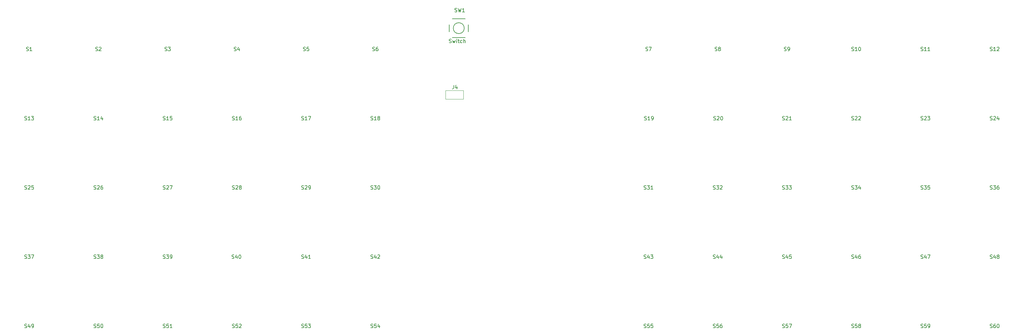
<source format=gbr>
%TF.GenerationSoftware,KiCad,Pcbnew,7.0.8-unknown-202310192121~e85eec2e6b~ubuntu22.04.1*%
%TF.CreationDate,2023-11-07T13:39:59+08:00*%
%TF.ProjectId,Cthulhu,43746875-6c68-4752-9e6b-696361645f70,rev?*%
%TF.SameCoordinates,Original*%
%TF.FileFunction,Legend,Top*%
%TF.FilePolarity,Positive*%
%FSLAX46Y46*%
G04 Gerber Fmt 4.6, Leading zero omitted, Abs format (unit mm)*
G04 Created by KiCad (PCBNEW 7.0.8-unknown-202310192121~e85eec2e6b~ubuntu22.04.1) date 2023-11-07 13:39:59*
%MOMM*%
%LPD*%
G01*
G04 APERTURE LIST*
%ADD10C,0.150000*%
%ADD11C,0.120000*%
%ADD12C,0.203200*%
G04 APERTURE END LIST*
D10*
X134486905Y-120257200D02*
X134629762Y-120304819D01*
X134629762Y-120304819D02*
X134867857Y-120304819D01*
X134867857Y-120304819D02*
X134963095Y-120257200D01*
X134963095Y-120257200D02*
X135010714Y-120209580D01*
X135010714Y-120209580D02*
X135058333Y-120114342D01*
X135058333Y-120114342D02*
X135058333Y-120019104D01*
X135058333Y-120019104D02*
X135010714Y-119923866D01*
X135010714Y-119923866D02*
X134963095Y-119876247D01*
X134963095Y-119876247D02*
X134867857Y-119828628D01*
X134867857Y-119828628D02*
X134677381Y-119781009D01*
X134677381Y-119781009D02*
X134582143Y-119733390D01*
X134582143Y-119733390D02*
X134534524Y-119685771D01*
X134534524Y-119685771D02*
X134486905Y-119590533D01*
X134486905Y-119590533D02*
X134486905Y-119495295D01*
X134486905Y-119495295D02*
X134534524Y-119400057D01*
X134534524Y-119400057D02*
X134582143Y-119352438D01*
X134582143Y-119352438D02*
X134677381Y-119304819D01*
X134677381Y-119304819D02*
X134915476Y-119304819D01*
X134915476Y-119304819D02*
X135058333Y-119352438D01*
X135915476Y-119638152D02*
X135915476Y-120304819D01*
X135677381Y-119257200D02*
X135439286Y-119971485D01*
X135439286Y-119971485D02*
X136058333Y-119971485D01*
X136963095Y-120304819D02*
X136391667Y-120304819D01*
X136677381Y-120304819D02*
X136677381Y-119304819D01*
X136677381Y-119304819D02*
X136582143Y-119447676D01*
X136582143Y-119447676D02*
X136486905Y-119542914D01*
X136486905Y-119542914D02*
X136391667Y-119590533D01*
X96386905Y-120257200D02*
X96529762Y-120304819D01*
X96529762Y-120304819D02*
X96767857Y-120304819D01*
X96767857Y-120304819D02*
X96863095Y-120257200D01*
X96863095Y-120257200D02*
X96910714Y-120209580D01*
X96910714Y-120209580D02*
X96958333Y-120114342D01*
X96958333Y-120114342D02*
X96958333Y-120019104D01*
X96958333Y-120019104D02*
X96910714Y-119923866D01*
X96910714Y-119923866D02*
X96863095Y-119876247D01*
X96863095Y-119876247D02*
X96767857Y-119828628D01*
X96767857Y-119828628D02*
X96577381Y-119781009D01*
X96577381Y-119781009D02*
X96482143Y-119733390D01*
X96482143Y-119733390D02*
X96434524Y-119685771D01*
X96434524Y-119685771D02*
X96386905Y-119590533D01*
X96386905Y-119590533D02*
X96386905Y-119495295D01*
X96386905Y-119495295D02*
X96434524Y-119400057D01*
X96434524Y-119400057D02*
X96482143Y-119352438D01*
X96482143Y-119352438D02*
X96577381Y-119304819D01*
X96577381Y-119304819D02*
X96815476Y-119304819D01*
X96815476Y-119304819D02*
X96958333Y-119352438D01*
X97291667Y-119304819D02*
X97910714Y-119304819D01*
X97910714Y-119304819D02*
X97577381Y-119685771D01*
X97577381Y-119685771D02*
X97720238Y-119685771D01*
X97720238Y-119685771D02*
X97815476Y-119733390D01*
X97815476Y-119733390D02*
X97863095Y-119781009D01*
X97863095Y-119781009D02*
X97910714Y-119876247D01*
X97910714Y-119876247D02*
X97910714Y-120114342D01*
X97910714Y-120114342D02*
X97863095Y-120209580D01*
X97863095Y-120209580D02*
X97815476Y-120257200D01*
X97815476Y-120257200D02*
X97720238Y-120304819D01*
X97720238Y-120304819D02*
X97434524Y-120304819D01*
X97434524Y-120304819D02*
X97339286Y-120257200D01*
X97339286Y-120257200D02*
X97291667Y-120209580D01*
X98386905Y-120304819D02*
X98577381Y-120304819D01*
X98577381Y-120304819D02*
X98672619Y-120257200D01*
X98672619Y-120257200D02*
X98720238Y-120209580D01*
X98720238Y-120209580D02*
X98815476Y-120066723D01*
X98815476Y-120066723D02*
X98863095Y-119876247D01*
X98863095Y-119876247D02*
X98863095Y-119495295D01*
X98863095Y-119495295D02*
X98815476Y-119400057D01*
X98815476Y-119400057D02*
X98767857Y-119352438D01*
X98767857Y-119352438D02*
X98672619Y-119304819D01*
X98672619Y-119304819D02*
X98482143Y-119304819D01*
X98482143Y-119304819D02*
X98386905Y-119352438D01*
X98386905Y-119352438D02*
X98339286Y-119400057D01*
X98339286Y-119400057D02*
X98291667Y-119495295D01*
X98291667Y-119495295D02*
X98291667Y-119733390D01*
X98291667Y-119733390D02*
X98339286Y-119828628D01*
X98339286Y-119828628D02*
X98386905Y-119876247D01*
X98386905Y-119876247D02*
X98482143Y-119923866D01*
X98482143Y-119923866D02*
X98672619Y-119923866D01*
X98672619Y-119923866D02*
X98767857Y-119876247D01*
X98767857Y-119876247D02*
X98815476Y-119828628D01*
X98815476Y-119828628D02*
X98863095Y-119733390D01*
X267279187Y-63107200D02*
X267422044Y-63154819D01*
X267422044Y-63154819D02*
X267660139Y-63154819D01*
X267660139Y-63154819D02*
X267755377Y-63107200D01*
X267755377Y-63107200D02*
X267802996Y-63059580D01*
X267802996Y-63059580D02*
X267850615Y-62964342D01*
X267850615Y-62964342D02*
X267850615Y-62869104D01*
X267850615Y-62869104D02*
X267802996Y-62773866D01*
X267802996Y-62773866D02*
X267755377Y-62726247D01*
X267755377Y-62726247D02*
X267660139Y-62678628D01*
X267660139Y-62678628D02*
X267469663Y-62631009D01*
X267469663Y-62631009D02*
X267374425Y-62583390D01*
X267374425Y-62583390D02*
X267326806Y-62535771D01*
X267326806Y-62535771D02*
X267279187Y-62440533D01*
X267279187Y-62440533D02*
X267279187Y-62345295D01*
X267279187Y-62345295D02*
X267326806Y-62250057D01*
X267326806Y-62250057D02*
X267374425Y-62202438D01*
X267374425Y-62202438D02*
X267469663Y-62154819D01*
X267469663Y-62154819D02*
X267707758Y-62154819D01*
X267707758Y-62154819D02*
X267850615Y-62202438D01*
X268326806Y-63154819D02*
X268517282Y-63154819D01*
X268517282Y-63154819D02*
X268612520Y-63107200D01*
X268612520Y-63107200D02*
X268660139Y-63059580D01*
X268660139Y-63059580D02*
X268755377Y-62916723D01*
X268755377Y-62916723D02*
X268802996Y-62726247D01*
X268802996Y-62726247D02*
X268802996Y-62345295D01*
X268802996Y-62345295D02*
X268755377Y-62250057D01*
X268755377Y-62250057D02*
X268707758Y-62202438D01*
X268707758Y-62202438D02*
X268612520Y-62154819D01*
X268612520Y-62154819D02*
X268422044Y-62154819D01*
X268422044Y-62154819D02*
X268326806Y-62202438D01*
X268326806Y-62202438D02*
X268279187Y-62250057D01*
X268279187Y-62250057D02*
X268231568Y-62345295D01*
X268231568Y-62345295D02*
X268231568Y-62583390D01*
X268231568Y-62583390D02*
X268279187Y-62678628D01*
X268279187Y-62678628D02*
X268326806Y-62726247D01*
X268326806Y-62726247D02*
X268422044Y-62773866D01*
X268422044Y-62773866D02*
X268612520Y-62773866D01*
X268612520Y-62773866D02*
X268707758Y-62726247D01*
X268707758Y-62726247D02*
X268755377Y-62678628D01*
X268755377Y-62678628D02*
X268802996Y-62583390D01*
X323952997Y-120257200D02*
X324095854Y-120304819D01*
X324095854Y-120304819D02*
X324333949Y-120304819D01*
X324333949Y-120304819D02*
X324429187Y-120257200D01*
X324429187Y-120257200D02*
X324476806Y-120209580D01*
X324476806Y-120209580D02*
X324524425Y-120114342D01*
X324524425Y-120114342D02*
X324524425Y-120019104D01*
X324524425Y-120019104D02*
X324476806Y-119923866D01*
X324476806Y-119923866D02*
X324429187Y-119876247D01*
X324429187Y-119876247D02*
X324333949Y-119828628D01*
X324333949Y-119828628D02*
X324143473Y-119781009D01*
X324143473Y-119781009D02*
X324048235Y-119733390D01*
X324048235Y-119733390D02*
X324000616Y-119685771D01*
X324000616Y-119685771D02*
X323952997Y-119590533D01*
X323952997Y-119590533D02*
X323952997Y-119495295D01*
X323952997Y-119495295D02*
X324000616Y-119400057D01*
X324000616Y-119400057D02*
X324048235Y-119352438D01*
X324048235Y-119352438D02*
X324143473Y-119304819D01*
X324143473Y-119304819D02*
X324381568Y-119304819D01*
X324381568Y-119304819D02*
X324524425Y-119352438D01*
X325381568Y-119638152D02*
X325381568Y-120304819D01*
X325143473Y-119257200D02*
X324905378Y-119971485D01*
X324905378Y-119971485D02*
X325524425Y-119971485D01*
X326048235Y-119733390D02*
X325952997Y-119685771D01*
X325952997Y-119685771D02*
X325905378Y-119638152D01*
X325905378Y-119638152D02*
X325857759Y-119542914D01*
X325857759Y-119542914D02*
X325857759Y-119495295D01*
X325857759Y-119495295D02*
X325905378Y-119400057D01*
X325905378Y-119400057D02*
X325952997Y-119352438D01*
X325952997Y-119352438D02*
X326048235Y-119304819D01*
X326048235Y-119304819D02*
X326238711Y-119304819D01*
X326238711Y-119304819D02*
X326333949Y-119352438D01*
X326333949Y-119352438D02*
X326381568Y-119400057D01*
X326381568Y-119400057D02*
X326429187Y-119495295D01*
X326429187Y-119495295D02*
X326429187Y-119542914D01*
X326429187Y-119542914D02*
X326381568Y-119638152D01*
X326381568Y-119638152D02*
X326333949Y-119685771D01*
X326333949Y-119685771D02*
X326238711Y-119733390D01*
X326238711Y-119733390D02*
X326048235Y-119733390D01*
X326048235Y-119733390D02*
X325952997Y-119781009D01*
X325952997Y-119781009D02*
X325905378Y-119828628D01*
X325905378Y-119828628D02*
X325857759Y-119923866D01*
X325857759Y-119923866D02*
X325857759Y-120114342D01*
X325857759Y-120114342D02*
X325905378Y-120209580D01*
X325905378Y-120209580D02*
X325952997Y-120257200D01*
X325952997Y-120257200D02*
X326048235Y-120304819D01*
X326048235Y-120304819D02*
X326238711Y-120304819D01*
X326238711Y-120304819D02*
X326333949Y-120257200D01*
X326333949Y-120257200D02*
X326381568Y-120209580D01*
X326381568Y-120209580D02*
X326429187Y-120114342D01*
X326429187Y-120114342D02*
X326429187Y-119923866D01*
X326429187Y-119923866D02*
X326381568Y-119828628D01*
X326381568Y-119828628D02*
X326333949Y-119781009D01*
X326333949Y-119781009D02*
X326238711Y-119733390D01*
X285852997Y-139307200D02*
X285995854Y-139354819D01*
X285995854Y-139354819D02*
X286233949Y-139354819D01*
X286233949Y-139354819D02*
X286329187Y-139307200D01*
X286329187Y-139307200D02*
X286376806Y-139259580D01*
X286376806Y-139259580D02*
X286424425Y-139164342D01*
X286424425Y-139164342D02*
X286424425Y-139069104D01*
X286424425Y-139069104D02*
X286376806Y-138973866D01*
X286376806Y-138973866D02*
X286329187Y-138926247D01*
X286329187Y-138926247D02*
X286233949Y-138878628D01*
X286233949Y-138878628D02*
X286043473Y-138831009D01*
X286043473Y-138831009D02*
X285948235Y-138783390D01*
X285948235Y-138783390D02*
X285900616Y-138735771D01*
X285900616Y-138735771D02*
X285852997Y-138640533D01*
X285852997Y-138640533D02*
X285852997Y-138545295D01*
X285852997Y-138545295D02*
X285900616Y-138450057D01*
X285900616Y-138450057D02*
X285948235Y-138402438D01*
X285948235Y-138402438D02*
X286043473Y-138354819D01*
X286043473Y-138354819D02*
X286281568Y-138354819D01*
X286281568Y-138354819D02*
X286424425Y-138402438D01*
X287329187Y-138354819D02*
X286852997Y-138354819D01*
X286852997Y-138354819D02*
X286805378Y-138831009D01*
X286805378Y-138831009D02*
X286852997Y-138783390D01*
X286852997Y-138783390D02*
X286948235Y-138735771D01*
X286948235Y-138735771D02*
X287186330Y-138735771D01*
X287186330Y-138735771D02*
X287281568Y-138783390D01*
X287281568Y-138783390D02*
X287329187Y-138831009D01*
X287329187Y-138831009D02*
X287376806Y-138926247D01*
X287376806Y-138926247D02*
X287376806Y-139164342D01*
X287376806Y-139164342D02*
X287329187Y-139259580D01*
X287329187Y-139259580D02*
X287281568Y-139307200D01*
X287281568Y-139307200D02*
X287186330Y-139354819D01*
X287186330Y-139354819D02*
X286948235Y-139354819D01*
X286948235Y-139354819D02*
X286852997Y-139307200D01*
X286852997Y-139307200D02*
X286805378Y-139259580D01*
X287948235Y-138783390D02*
X287852997Y-138735771D01*
X287852997Y-138735771D02*
X287805378Y-138688152D01*
X287805378Y-138688152D02*
X287757759Y-138592914D01*
X287757759Y-138592914D02*
X287757759Y-138545295D01*
X287757759Y-138545295D02*
X287805378Y-138450057D01*
X287805378Y-138450057D02*
X287852997Y-138402438D01*
X287852997Y-138402438D02*
X287948235Y-138354819D01*
X287948235Y-138354819D02*
X288138711Y-138354819D01*
X288138711Y-138354819D02*
X288233949Y-138402438D01*
X288233949Y-138402438D02*
X288281568Y-138450057D01*
X288281568Y-138450057D02*
X288329187Y-138545295D01*
X288329187Y-138545295D02*
X288329187Y-138592914D01*
X288329187Y-138592914D02*
X288281568Y-138688152D01*
X288281568Y-138688152D02*
X288233949Y-138735771D01*
X288233949Y-138735771D02*
X288138711Y-138783390D01*
X288138711Y-138783390D02*
X287948235Y-138783390D01*
X287948235Y-138783390D02*
X287852997Y-138831009D01*
X287852997Y-138831009D02*
X287805378Y-138878628D01*
X287805378Y-138878628D02*
X287757759Y-138973866D01*
X287757759Y-138973866D02*
X287757759Y-139164342D01*
X287757759Y-139164342D02*
X287805378Y-139259580D01*
X287805378Y-139259580D02*
X287852997Y-139307200D01*
X287852997Y-139307200D02*
X287948235Y-139354819D01*
X287948235Y-139354819D02*
X288138711Y-139354819D01*
X288138711Y-139354819D02*
X288233949Y-139307200D01*
X288233949Y-139307200D02*
X288281568Y-139259580D01*
X288281568Y-139259580D02*
X288329187Y-139164342D01*
X288329187Y-139164342D02*
X288329187Y-138973866D01*
X288329187Y-138973866D02*
X288281568Y-138878628D01*
X288281568Y-138878628D02*
X288233949Y-138831009D01*
X288233949Y-138831009D02*
X288138711Y-138783390D01*
X266802997Y-101207200D02*
X266945854Y-101254819D01*
X266945854Y-101254819D02*
X267183949Y-101254819D01*
X267183949Y-101254819D02*
X267279187Y-101207200D01*
X267279187Y-101207200D02*
X267326806Y-101159580D01*
X267326806Y-101159580D02*
X267374425Y-101064342D01*
X267374425Y-101064342D02*
X267374425Y-100969104D01*
X267374425Y-100969104D02*
X267326806Y-100873866D01*
X267326806Y-100873866D02*
X267279187Y-100826247D01*
X267279187Y-100826247D02*
X267183949Y-100778628D01*
X267183949Y-100778628D02*
X266993473Y-100731009D01*
X266993473Y-100731009D02*
X266898235Y-100683390D01*
X266898235Y-100683390D02*
X266850616Y-100635771D01*
X266850616Y-100635771D02*
X266802997Y-100540533D01*
X266802997Y-100540533D02*
X266802997Y-100445295D01*
X266802997Y-100445295D02*
X266850616Y-100350057D01*
X266850616Y-100350057D02*
X266898235Y-100302438D01*
X266898235Y-100302438D02*
X266993473Y-100254819D01*
X266993473Y-100254819D02*
X267231568Y-100254819D01*
X267231568Y-100254819D02*
X267374425Y-100302438D01*
X267707759Y-100254819D02*
X268326806Y-100254819D01*
X268326806Y-100254819D02*
X267993473Y-100635771D01*
X267993473Y-100635771D02*
X268136330Y-100635771D01*
X268136330Y-100635771D02*
X268231568Y-100683390D01*
X268231568Y-100683390D02*
X268279187Y-100731009D01*
X268279187Y-100731009D02*
X268326806Y-100826247D01*
X268326806Y-100826247D02*
X268326806Y-101064342D01*
X268326806Y-101064342D02*
X268279187Y-101159580D01*
X268279187Y-101159580D02*
X268231568Y-101207200D01*
X268231568Y-101207200D02*
X268136330Y-101254819D01*
X268136330Y-101254819D02*
X267850616Y-101254819D01*
X267850616Y-101254819D02*
X267755378Y-101207200D01*
X267755378Y-101207200D02*
X267707759Y-101159580D01*
X268660140Y-100254819D02*
X269279187Y-100254819D01*
X269279187Y-100254819D02*
X268945854Y-100635771D01*
X268945854Y-100635771D02*
X269088711Y-100635771D01*
X269088711Y-100635771D02*
X269183949Y-100683390D01*
X269183949Y-100683390D02*
X269231568Y-100731009D01*
X269231568Y-100731009D02*
X269279187Y-100826247D01*
X269279187Y-100826247D02*
X269279187Y-101064342D01*
X269279187Y-101064342D02*
X269231568Y-101159580D01*
X269231568Y-101159580D02*
X269183949Y-101207200D01*
X269183949Y-101207200D02*
X269088711Y-101254819D01*
X269088711Y-101254819D02*
X268802997Y-101254819D01*
X268802997Y-101254819D02*
X268707759Y-101207200D01*
X268707759Y-101207200D02*
X268660140Y-101159580D01*
X58763095Y-63107200D02*
X58905952Y-63154819D01*
X58905952Y-63154819D02*
X59144047Y-63154819D01*
X59144047Y-63154819D02*
X59239285Y-63107200D01*
X59239285Y-63107200D02*
X59286904Y-63059580D01*
X59286904Y-63059580D02*
X59334523Y-62964342D01*
X59334523Y-62964342D02*
X59334523Y-62869104D01*
X59334523Y-62869104D02*
X59286904Y-62773866D01*
X59286904Y-62773866D02*
X59239285Y-62726247D01*
X59239285Y-62726247D02*
X59144047Y-62678628D01*
X59144047Y-62678628D02*
X58953571Y-62631009D01*
X58953571Y-62631009D02*
X58858333Y-62583390D01*
X58858333Y-62583390D02*
X58810714Y-62535771D01*
X58810714Y-62535771D02*
X58763095Y-62440533D01*
X58763095Y-62440533D02*
X58763095Y-62345295D01*
X58763095Y-62345295D02*
X58810714Y-62250057D01*
X58810714Y-62250057D02*
X58858333Y-62202438D01*
X58858333Y-62202438D02*
X58953571Y-62154819D01*
X58953571Y-62154819D02*
X59191666Y-62154819D01*
X59191666Y-62154819D02*
X59334523Y-62202438D01*
X60286904Y-63154819D02*
X59715476Y-63154819D01*
X60001190Y-63154819D02*
X60001190Y-62154819D01*
X60001190Y-62154819D02*
X59905952Y-62297676D01*
X59905952Y-62297676D02*
X59810714Y-62392914D01*
X59810714Y-62392914D02*
X59715476Y-62440533D01*
X77813095Y-63107200D02*
X77955952Y-63154819D01*
X77955952Y-63154819D02*
X78194047Y-63154819D01*
X78194047Y-63154819D02*
X78289285Y-63107200D01*
X78289285Y-63107200D02*
X78336904Y-63059580D01*
X78336904Y-63059580D02*
X78384523Y-62964342D01*
X78384523Y-62964342D02*
X78384523Y-62869104D01*
X78384523Y-62869104D02*
X78336904Y-62773866D01*
X78336904Y-62773866D02*
X78289285Y-62726247D01*
X78289285Y-62726247D02*
X78194047Y-62678628D01*
X78194047Y-62678628D02*
X78003571Y-62631009D01*
X78003571Y-62631009D02*
X77908333Y-62583390D01*
X77908333Y-62583390D02*
X77860714Y-62535771D01*
X77860714Y-62535771D02*
X77813095Y-62440533D01*
X77813095Y-62440533D02*
X77813095Y-62345295D01*
X77813095Y-62345295D02*
X77860714Y-62250057D01*
X77860714Y-62250057D02*
X77908333Y-62202438D01*
X77908333Y-62202438D02*
X78003571Y-62154819D01*
X78003571Y-62154819D02*
X78241666Y-62154819D01*
X78241666Y-62154819D02*
X78384523Y-62202438D01*
X78765476Y-62250057D02*
X78813095Y-62202438D01*
X78813095Y-62202438D02*
X78908333Y-62154819D01*
X78908333Y-62154819D02*
X79146428Y-62154819D01*
X79146428Y-62154819D02*
X79241666Y-62202438D01*
X79241666Y-62202438D02*
X79289285Y-62250057D01*
X79289285Y-62250057D02*
X79336904Y-62345295D01*
X79336904Y-62345295D02*
X79336904Y-62440533D01*
X79336904Y-62440533D02*
X79289285Y-62583390D01*
X79289285Y-62583390D02*
X78717857Y-63154819D01*
X78717857Y-63154819D02*
X79336904Y-63154819D01*
X266802997Y-139307200D02*
X266945854Y-139354819D01*
X266945854Y-139354819D02*
X267183949Y-139354819D01*
X267183949Y-139354819D02*
X267279187Y-139307200D01*
X267279187Y-139307200D02*
X267326806Y-139259580D01*
X267326806Y-139259580D02*
X267374425Y-139164342D01*
X267374425Y-139164342D02*
X267374425Y-139069104D01*
X267374425Y-139069104D02*
X267326806Y-138973866D01*
X267326806Y-138973866D02*
X267279187Y-138926247D01*
X267279187Y-138926247D02*
X267183949Y-138878628D01*
X267183949Y-138878628D02*
X266993473Y-138831009D01*
X266993473Y-138831009D02*
X266898235Y-138783390D01*
X266898235Y-138783390D02*
X266850616Y-138735771D01*
X266850616Y-138735771D02*
X266802997Y-138640533D01*
X266802997Y-138640533D02*
X266802997Y-138545295D01*
X266802997Y-138545295D02*
X266850616Y-138450057D01*
X266850616Y-138450057D02*
X266898235Y-138402438D01*
X266898235Y-138402438D02*
X266993473Y-138354819D01*
X266993473Y-138354819D02*
X267231568Y-138354819D01*
X267231568Y-138354819D02*
X267374425Y-138402438D01*
X268279187Y-138354819D02*
X267802997Y-138354819D01*
X267802997Y-138354819D02*
X267755378Y-138831009D01*
X267755378Y-138831009D02*
X267802997Y-138783390D01*
X267802997Y-138783390D02*
X267898235Y-138735771D01*
X267898235Y-138735771D02*
X268136330Y-138735771D01*
X268136330Y-138735771D02*
X268231568Y-138783390D01*
X268231568Y-138783390D02*
X268279187Y-138831009D01*
X268279187Y-138831009D02*
X268326806Y-138926247D01*
X268326806Y-138926247D02*
X268326806Y-139164342D01*
X268326806Y-139164342D02*
X268279187Y-139259580D01*
X268279187Y-139259580D02*
X268231568Y-139307200D01*
X268231568Y-139307200D02*
X268136330Y-139354819D01*
X268136330Y-139354819D02*
X267898235Y-139354819D01*
X267898235Y-139354819D02*
X267802997Y-139307200D01*
X267802997Y-139307200D02*
X267755378Y-139259580D01*
X268660140Y-138354819D02*
X269326806Y-138354819D01*
X269326806Y-138354819D02*
X268898235Y-139354819D01*
X247752997Y-101207200D02*
X247895854Y-101254819D01*
X247895854Y-101254819D02*
X248133949Y-101254819D01*
X248133949Y-101254819D02*
X248229187Y-101207200D01*
X248229187Y-101207200D02*
X248276806Y-101159580D01*
X248276806Y-101159580D02*
X248324425Y-101064342D01*
X248324425Y-101064342D02*
X248324425Y-100969104D01*
X248324425Y-100969104D02*
X248276806Y-100873866D01*
X248276806Y-100873866D02*
X248229187Y-100826247D01*
X248229187Y-100826247D02*
X248133949Y-100778628D01*
X248133949Y-100778628D02*
X247943473Y-100731009D01*
X247943473Y-100731009D02*
X247848235Y-100683390D01*
X247848235Y-100683390D02*
X247800616Y-100635771D01*
X247800616Y-100635771D02*
X247752997Y-100540533D01*
X247752997Y-100540533D02*
X247752997Y-100445295D01*
X247752997Y-100445295D02*
X247800616Y-100350057D01*
X247800616Y-100350057D02*
X247848235Y-100302438D01*
X247848235Y-100302438D02*
X247943473Y-100254819D01*
X247943473Y-100254819D02*
X248181568Y-100254819D01*
X248181568Y-100254819D02*
X248324425Y-100302438D01*
X248657759Y-100254819D02*
X249276806Y-100254819D01*
X249276806Y-100254819D02*
X248943473Y-100635771D01*
X248943473Y-100635771D02*
X249086330Y-100635771D01*
X249086330Y-100635771D02*
X249181568Y-100683390D01*
X249181568Y-100683390D02*
X249229187Y-100731009D01*
X249229187Y-100731009D02*
X249276806Y-100826247D01*
X249276806Y-100826247D02*
X249276806Y-101064342D01*
X249276806Y-101064342D02*
X249229187Y-101159580D01*
X249229187Y-101159580D02*
X249181568Y-101207200D01*
X249181568Y-101207200D02*
X249086330Y-101254819D01*
X249086330Y-101254819D02*
X248800616Y-101254819D01*
X248800616Y-101254819D02*
X248705378Y-101207200D01*
X248705378Y-101207200D02*
X248657759Y-101159580D01*
X249657759Y-100350057D02*
X249705378Y-100302438D01*
X249705378Y-100302438D02*
X249800616Y-100254819D01*
X249800616Y-100254819D02*
X250038711Y-100254819D01*
X250038711Y-100254819D02*
X250133949Y-100302438D01*
X250133949Y-100302438D02*
X250181568Y-100350057D01*
X250181568Y-100350057D02*
X250229187Y-100445295D01*
X250229187Y-100445295D02*
X250229187Y-100540533D01*
X250229187Y-100540533D02*
X250181568Y-100683390D01*
X250181568Y-100683390D02*
X249610140Y-101254819D01*
X249610140Y-101254819D02*
X250229187Y-101254819D01*
X323952997Y-139307200D02*
X324095854Y-139354819D01*
X324095854Y-139354819D02*
X324333949Y-139354819D01*
X324333949Y-139354819D02*
X324429187Y-139307200D01*
X324429187Y-139307200D02*
X324476806Y-139259580D01*
X324476806Y-139259580D02*
X324524425Y-139164342D01*
X324524425Y-139164342D02*
X324524425Y-139069104D01*
X324524425Y-139069104D02*
X324476806Y-138973866D01*
X324476806Y-138973866D02*
X324429187Y-138926247D01*
X324429187Y-138926247D02*
X324333949Y-138878628D01*
X324333949Y-138878628D02*
X324143473Y-138831009D01*
X324143473Y-138831009D02*
X324048235Y-138783390D01*
X324048235Y-138783390D02*
X324000616Y-138735771D01*
X324000616Y-138735771D02*
X323952997Y-138640533D01*
X323952997Y-138640533D02*
X323952997Y-138545295D01*
X323952997Y-138545295D02*
X324000616Y-138450057D01*
X324000616Y-138450057D02*
X324048235Y-138402438D01*
X324048235Y-138402438D02*
X324143473Y-138354819D01*
X324143473Y-138354819D02*
X324381568Y-138354819D01*
X324381568Y-138354819D02*
X324524425Y-138402438D01*
X325381568Y-138354819D02*
X325191092Y-138354819D01*
X325191092Y-138354819D02*
X325095854Y-138402438D01*
X325095854Y-138402438D02*
X325048235Y-138450057D01*
X325048235Y-138450057D02*
X324952997Y-138592914D01*
X324952997Y-138592914D02*
X324905378Y-138783390D01*
X324905378Y-138783390D02*
X324905378Y-139164342D01*
X324905378Y-139164342D02*
X324952997Y-139259580D01*
X324952997Y-139259580D02*
X325000616Y-139307200D01*
X325000616Y-139307200D02*
X325095854Y-139354819D01*
X325095854Y-139354819D02*
X325286330Y-139354819D01*
X325286330Y-139354819D02*
X325381568Y-139307200D01*
X325381568Y-139307200D02*
X325429187Y-139259580D01*
X325429187Y-139259580D02*
X325476806Y-139164342D01*
X325476806Y-139164342D02*
X325476806Y-138926247D01*
X325476806Y-138926247D02*
X325429187Y-138831009D01*
X325429187Y-138831009D02*
X325381568Y-138783390D01*
X325381568Y-138783390D02*
X325286330Y-138735771D01*
X325286330Y-138735771D02*
X325095854Y-138735771D01*
X325095854Y-138735771D02*
X325000616Y-138783390D01*
X325000616Y-138783390D02*
X324952997Y-138831009D01*
X324952997Y-138831009D02*
X324905378Y-138926247D01*
X326095854Y-138354819D02*
X326191092Y-138354819D01*
X326191092Y-138354819D02*
X326286330Y-138402438D01*
X326286330Y-138402438D02*
X326333949Y-138450057D01*
X326333949Y-138450057D02*
X326381568Y-138545295D01*
X326381568Y-138545295D02*
X326429187Y-138735771D01*
X326429187Y-138735771D02*
X326429187Y-138973866D01*
X326429187Y-138973866D02*
X326381568Y-139164342D01*
X326381568Y-139164342D02*
X326333949Y-139259580D01*
X326333949Y-139259580D02*
X326286330Y-139307200D01*
X326286330Y-139307200D02*
X326191092Y-139354819D01*
X326191092Y-139354819D02*
X326095854Y-139354819D01*
X326095854Y-139354819D02*
X326000616Y-139307200D01*
X326000616Y-139307200D02*
X325952997Y-139259580D01*
X325952997Y-139259580D02*
X325905378Y-139164342D01*
X325905378Y-139164342D02*
X325857759Y-138973866D01*
X325857759Y-138973866D02*
X325857759Y-138735771D01*
X325857759Y-138735771D02*
X325905378Y-138545295D01*
X325905378Y-138545295D02*
X325952997Y-138450057D01*
X325952997Y-138450057D02*
X326000616Y-138402438D01*
X326000616Y-138402438D02*
X326095854Y-138354819D01*
X248229187Y-63107200D02*
X248372044Y-63154819D01*
X248372044Y-63154819D02*
X248610139Y-63154819D01*
X248610139Y-63154819D02*
X248705377Y-63107200D01*
X248705377Y-63107200D02*
X248752996Y-63059580D01*
X248752996Y-63059580D02*
X248800615Y-62964342D01*
X248800615Y-62964342D02*
X248800615Y-62869104D01*
X248800615Y-62869104D02*
X248752996Y-62773866D01*
X248752996Y-62773866D02*
X248705377Y-62726247D01*
X248705377Y-62726247D02*
X248610139Y-62678628D01*
X248610139Y-62678628D02*
X248419663Y-62631009D01*
X248419663Y-62631009D02*
X248324425Y-62583390D01*
X248324425Y-62583390D02*
X248276806Y-62535771D01*
X248276806Y-62535771D02*
X248229187Y-62440533D01*
X248229187Y-62440533D02*
X248229187Y-62345295D01*
X248229187Y-62345295D02*
X248276806Y-62250057D01*
X248276806Y-62250057D02*
X248324425Y-62202438D01*
X248324425Y-62202438D02*
X248419663Y-62154819D01*
X248419663Y-62154819D02*
X248657758Y-62154819D01*
X248657758Y-62154819D02*
X248800615Y-62202438D01*
X249372044Y-62583390D02*
X249276806Y-62535771D01*
X249276806Y-62535771D02*
X249229187Y-62488152D01*
X249229187Y-62488152D02*
X249181568Y-62392914D01*
X249181568Y-62392914D02*
X249181568Y-62345295D01*
X249181568Y-62345295D02*
X249229187Y-62250057D01*
X249229187Y-62250057D02*
X249276806Y-62202438D01*
X249276806Y-62202438D02*
X249372044Y-62154819D01*
X249372044Y-62154819D02*
X249562520Y-62154819D01*
X249562520Y-62154819D02*
X249657758Y-62202438D01*
X249657758Y-62202438D02*
X249705377Y-62250057D01*
X249705377Y-62250057D02*
X249752996Y-62345295D01*
X249752996Y-62345295D02*
X249752996Y-62392914D01*
X249752996Y-62392914D02*
X249705377Y-62488152D01*
X249705377Y-62488152D02*
X249657758Y-62535771D01*
X249657758Y-62535771D02*
X249562520Y-62583390D01*
X249562520Y-62583390D02*
X249372044Y-62583390D01*
X249372044Y-62583390D02*
X249276806Y-62631009D01*
X249276806Y-62631009D02*
X249229187Y-62678628D01*
X249229187Y-62678628D02*
X249181568Y-62773866D01*
X249181568Y-62773866D02*
X249181568Y-62964342D01*
X249181568Y-62964342D02*
X249229187Y-63059580D01*
X249229187Y-63059580D02*
X249276806Y-63107200D01*
X249276806Y-63107200D02*
X249372044Y-63154819D01*
X249372044Y-63154819D02*
X249562520Y-63154819D01*
X249562520Y-63154819D02*
X249657758Y-63107200D01*
X249657758Y-63107200D02*
X249705377Y-63059580D01*
X249705377Y-63059580D02*
X249752996Y-62964342D01*
X249752996Y-62964342D02*
X249752996Y-62773866D01*
X249752996Y-62773866D02*
X249705377Y-62678628D01*
X249705377Y-62678628D02*
X249657758Y-62631009D01*
X249657758Y-62631009D02*
X249562520Y-62583390D01*
X153536905Y-101207200D02*
X153679762Y-101254819D01*
X153679762Y-101254819D02*
X153917857Y-101254819D01*
X153917857Y-101254819D02*
X154013095Y-101207200D01*
X154013095Y-101207200D02*
X154060714Y-101159580D01*
X154060714Y-101159580D02*
X154108333Y-101064342D01*
X154108333Y-101064342D02*
X154108333Y-100969104D01*
X154108333Y-100969104D02*
X154060714Y-100873866D01*
X154060714Y-100873866D02*
X154013095Y-100826247D01*
X154013095Y-100826247D02*
X153917857Y-100778628D01*
X153917857Y-100778628D02*
X153727381Y-100731009D01*
X153727381Y-100731009D02*
X153632143Y-100683390D01*
X153632143Y-100683390D02*
X153584524Y-100635771D01*
X153584524Y-100635771D02*
X153536905Y-100540533D01*
X153536905Y-100540533D02*
X153536905Y-100445295D01*
X153536905Y-100445295D02*
X153584524Y-100350057D01*
X153584524Y-100350057D02*
X153632143Y-100302438D01*
X153632143Y-100302438D02*
X153727381Y-100254819D01*
X153727381Y-100254819D02*
X153965476Y-100254819D01*
X153965476Y-100254819D02*
X154108333Y-100302438D01*
X154441667Y-100254819D02*
X155060714Y-100254819D01*
X155060714Y-100254819D02*
X154727381Y-100635771D01*
X154727381Y-100635771D02*
X154870238Y-100635771D01*
X154870238Y-100635771D02*
X154965476Y-100683390D01*
X154965476Y-100683390D02*
X155013095Y-100731009D01*
X155013095Y-100731009D02*
X155060714Y-100826247D01*
X155060714Y-100826247D02*
X155060714Y-101064342D01*
X155060714Y-101064342D02*
X155013095Y-101159580D01*
X155013095Y-101159580D02*
X154965476Y-101207200D01*
X154965476Y-101207200D02*
X154870238Y-101254819D01*
X154870238Y-101254819D02*
X154584524Y-101254819D01*
X154584524Y-101254819D02*
X154489286Y-101207200D01*
X154489286Y-101207200D02*
X154441667Y-101159580D01*
X155679762Y-100254819D02*
X155775000Y-100254819D01*
X155775000Y-100254819D02*
X155870238Y-100302438D01*
X155870238Y-100302438D02*
X155917857Y-100350057D01*
X155917857Y-100350057D02*
X155965476Y-100445295D01*
X155965476Y-100445295D02*
X156013095Y-100635771D01*
X156013095Y-100635771D02*
X156013095Y-100873866D01*
X156013095Y-100873866D02*
X155965476Y-101064342D01*
X155965476Y-101064342D02*
X155917857Y-101159580D01*
X155917857Y-101159580D02*
X155870238Y-101207200D01*
X155870238Y-101207200D02*
X155775000Y-101254819D01*
X155775000Y-101254819D02*
X155679762Y-101254819D01*
X155679762Y-101254819D02*
X155584524Y-101207200D01*
X155584524Y-101207200D02*
X155536905Y-101159580D01*
X155536905Y-101159580D02*
X155489286Y-101064342D01*
X155489286Y-101064342D02*
X155441667Y-100873866D01*
X155441667Y-100873866D02*
X155441667Y-100635771D01*
X155441667Y-100635771D02*
X155489286Y-100445295D01*
X155489286Y-100445295D02*
X155536905Y-100350057D01*
X155536905Y-100350057D02*
X155584524Y-100302438D01*
X155584524Y-100302438D02*
X155679762Y-100254819D01*
X77336905Y-82157200D02*
X77479762Y-82204819D01*
X77479762Y-82204819D02*
X77717857Y-82204819D01*
X77717857Y-82204819D02*
X77813095Y-82157200D01*
X77813095Y-82157200D02*
X77860714Y-82109580D01*
X77860714Y-82109580D02*
X77908333Y-82014342D01*
X77908333Y-82014342D02*
X77908333Y-81919104D01*
X77908333Y-81919104D02*
X77860714Y-81823866D01*
X77860714Y-81823866D02*
X77813095Y-81776247D01*
X77813095Y-81776247D02*
X77717857Y-81728628D01*
X77717857Y-81728628D02*
X77527381Y-81681009D01*
X77527381Y-81681009D02*
X77432143Y-81633390D01*
X77432143Y-81633390D02*
X77384524Y-81585771D01*
X77384524Y-81585771D02*
X77336905Y-81490533D01*
X77336905Y-81490533D02*
X77336905Y-81395295D01*
X77336905Y-81395295D02*
X77384524Y-81300057D01*
X77384524Y-81300057D02*
X77432143Y-81252438D01*
X77432143Y-81252438D02*
X77527381Y-81204819D01*
X77527381Y-81204819D02*
X77765476Y-81204819D01*
X77765476Y-81204819D02*
X77908333Y-81252438D01*
X78860714Y-82204819D02*
X78289286Y-82204819D01*
X78575000Y-82204819D02*
X78575000Y-81204819D01*
X78575000Y-81204819D02*
X78479762Y-81347676D01*
X78479762Y-81347676D02*
X78384524Y-81442914D01*
X78384524Y-81442914D02*
X78289286Y-81490533D01*
X79717857Y-81538152D02*
X79717857Y-82204819D01*
X79479762Y-81157200D02*
X79241667Y-81871485D01*
X79241667Y-81871485D02*
X79860714Y-81871485D01*
X115436905Y-101207200D02*
X115579762Y-101254819D01*
X115579762Y-101254819D02*
X115817857Y-101254819D01*
X115817857Y-101254819D02*
X115913095Y-101207200D01*
X115913095Y-101207200D02*
X115960714Y-101159580D01*
X115960714Y-101159580D02*
X116008333Y-101064342D01*
X116008333Y-101064342D02*
X116008333Y-100969104D01*
X116008333Y-100969104D02*
X115960714Y-100873866D01*
X115960714Y-100873866D02*
X115913095Y-100826247D01*
X115913095Y-100826247D02*
X115817857Y-100778628D01*
X115817857Y-100778628D02*
X115627381Y-100731009D01*
X115627381Y-100731009D02*
X115532143Y-100683390D01*
X115532143Y-100683390D02*
X115484524Y-100635771D01*
X115484524Y-100635771D02*
X115436905Y-100540533D01*
X115436905Y-100540533D02*
X115436905Y-100445295D01*
X115436905Y-100445295D02*
X115484524Y-100350057D01*
X115484524Y-100350057D02*
X115532143Y-100302438D01*
X115532143Y-100302438D02*
X115627381Y-100254819D01*
X115627381Y-100254819D02*
X115865476Y-100254819D01*
X115865476Y-100254819D02*
X116008333Y-100302438D01*
X116389286Y-100350057D02*
X116436905Y-100302438D01*
X116436905Y-100302438D02*
X116532143Y-100254819D01*
X116532143Y-100254819D02*
X116770238Y-100254819D01*
X116770238Y-100254819D02*
X116865476Y-100302438D01*
X116865476Y-100302438D02*
X116913095Y-100350057D01*
X116913095Y-100350057D02*
X116960714Y-100445295D01*
X116960714Y-100445295D02*
X116960714Y-100540533D01*
X116960714Y-100540533D02*
X116913095Y-100683390D01*
X116913095Y-100683390D02*
X116341667Y-101254819D01*
X116341667Y-101254819D02*
X116960714Y-101254819D01*
X117532143Y-100683390D02*
X117436905Y-100635771D01*
X117436905Y-100635771D02*
X117389286Y-100588152D01*
X117389286Y-100588152D02*
X117341667Y-100492914D01*
X117341667Y-100492914D02*
X117341667Y-100445295D01*
X117341667Y-100445295D02*
X117389286Y-100350057D01*
X117389286Y-100350057D02*
X117436905Y-100302438D01*
X117436905Y-100302438D02*
X117532143Y-100254819D01*
X117532143Y-100254819D02*
X117722619Y-100254819D01*
X117722619Y-100254819D02*
X117817857Y-100302438D01*
X117817857Y-100302438D02*
X117865476Y-100350057D01*
X117865476Y-100350057D02*
X117913095Y-100445295D01*
X117913095Y-100445295D02*
X117913095Y-100492914D01*
X117913095Y-100492914D02*
X117865476Y-100588152D01*
X117865476Y-100588152D02*
X117817857Y-100635771D01*
X117817857Y-100635771D02*
X117722619Y-100683390D01*
X117722619Y-100683390D02*
X117532143Y-100683390D01*
X117532143Y-100683390D02*
X117436905Y-100731009D01*
X117436905Y-100731009D02*
X117389286Y-100778628D01*
X117389286Y-100778628D02*
X117341667Y-100873866D01*
X117341667Y-100873866D02*
X117341667Y-101064342D01*
X117341667Y-101064342D02*
X117389286Y-101159580D01*
X117389286Y-101159580D02*
X117436905Y-101207200D01*
X117436905Y-101207200D02*
X117532143Y-101254819D01*
X117532143Y-101254819D02*
X117722619Y-101254819D01*
X117722619Y-101254819D02*
X117817857Y-101207200D01*
X117817857Y-101207200D02*
X117865476Y-101159580D01*
X117865476Y-101159580D02*
X117913095Y-101064342D01*
X117913095Y-101064342D02*
X117913095Y-100873866D01*
X117913095Y-100873866D02*
X117865476Y-100778628D01*
X117865476Y-100778628D02*
X117817857Y-100731009D01*
X117817857Y-100731009D02*
X117722619Y-100683390D01*
X134486905Y-139307200D02*
X134629762Y-139354819D01*
X134629762Y-139354819D02*
X134867857Y-139354819D01*
X134867857Y-139354819D02*
X134963095Y-139307200D01*
X134963095Y-139307200D02*
X135010714Y-139259580D01*
X135010714Y-139259580D02*
X135058333Y-139164342D01*
X135058333Y-139164342D02*
X135058333Y-139069104D01*
X135058333Y-139069104D02*
X135010714Y-138973866D01*
X135010714Y-138973866D02*
X134963095Y-138926247D01*
X134963095Y-138926247D02*
X134867857Y-138878628D01*
X134867857Y-138878628D02*
X134677381Y-138831009D01*
X134677381Y-138831009D02*
X134582143Y-138783390D01*
X134582143Y-138783390D02*
X134534524Y-138735771D01*
X134534524Y-138735771D02*
X134486905Y-138640533D01*
X134486905Y-138640533D02*
X134486905Y-138545295D01*
X134486905Y-138545295D02*
X134534524Y-138450057D01*
X134534524Y-138450057D02*
X134582143Y-138402438D01*
X134582143Y-138402438D02*
X134677381Y-138354819D01*
X134677381Y-138354819D02*
X134915476Y-138354819D01*
X134915476Y-138354819D02*
X135058333Y-138402438D01*
X135963095Y-138354819D02*
X135486905Y-138354819D01*
X135486905Y-138354819D02*
X135439286Y-138831009D01*
X135439286Y-138831009D02*
X135486905Y-138783390D01*
X135486905Y-138783390D02*
X135582143Y-138735771D01*
X135582143Y-138735771D02*
X135820238Y-138735771D01*
X135820238Y-138735771D02*
X135915476Y-138783390D01*
X135915476Y-138783390D02*
X135963095Y-138831009D01*
X135963095Y-138831009D02*
X136010714Y-138926247D01*
X136010714Y-138926247D02*
X136010714Y-139164342D01*
X136010714Y-139164342D02*
X135963095Y-139259580D01*
X135963095Y-139259580D02*
X135915476Y-139307200D01*
X135915476Y-139307200D02*
X135820238Y-139354819D01*
X135820238Y-139354819D02*
X135582143Y-139354819D01*
X135582143Y-139354819D02*
X135486905Y-139307200D01*
X135486905Y-139307200D02*
X135439286Y-139259580D01*
X136344048Y-138354819D02*
X136963095Y-138354819D01*
X136963095Y-138354819D02*
X136629762Y-138735771D01*
X136629762Y-138735771D02*
X136772619Y-138735771D01*
X136772619Y-138735771D02*
X136867857Y-138783390D01*
X136867857Y-138783390D02*
X136915476Y-138831009D01*
X136915476Y-138831009D02*
X136963095Y-138926247D01*
X136963095Y-138926247D02*
X136963095Y-139164342D01*
X136963095Y-139164342D02*
X136915476Y-139259580D01*
X136915476Y-139259580D02*
X136867857Y-139307200D01*
X136867857Y-139307200D02*
X136772619Y-139354819D01*
X136772619Y-139354819D02*
X136486905Y-139354819D01*
X136486905Y-139354819D02*
X136391667Y-139307200D01*
X136391667Y-139307200D02*
X136344048Y-139259580D01*
X77336905Y-139307200D02*
X77479762Y-139354819D01*
X77479762Y-139354819D02*
X77717857Y-139354819D01*
X77717857Y-139354819D02*
X77813095Y-139307200D01*
X77813095Y-139307200D02*
X77860714Y-139259580D01*
X77860714Y-139259580D02*
X77908333Y-139164342D01*
X77908333Y-139164342D02*
X77908333Y-139069104D01*
X77908333Y-139069104D02*
X77860714Y-138973866D01*
X77860714Y-138973866D02*
X77813095Y-138926247D01*
X77813095Y-138926247D02*
X77717857Y-138878628D01*
X77717857Y-138878628D02*
X77527381Y-138831009D01*
X77527381Y-138831009D02*
X77432143Y-138783390D01*
X77432143Y-138783390D02*
X77384524Y-138735771D01*
X77384524Y-138735771D02*
X77336905Y-138640533D01*
X77336905Y-138640533D02*
X77336905Y-138545295D01*
X77336905Y-138545295D02*
X77384524Y-138450057D01*
X77384524Y-138450057D02*
X77432143Y-138402438D01*
X77432143Y-138402438D02*
X77527381Y-138354819D01*
X77527381Y-138354819D02*
X77765476Y-138354819D01*
X77765476Y-138354819D02*
X77908333Y-138402438D01*
X78813095Y-138354819D02*
X78336905Y-138354819D01*
X78336905Y-138354819D02*
X78289286Y-138831009D01*
X78289286Y-138831009D02*
X78336905Y-138783390D01*
X78336905Y-138783390D02*
X78432143Y-138735771D01*
X78432143Y-138735771D02*
X78670238Y-138735771D01*
X78670238Y-138735771D02*
X78765476Y-138783390D01*
X78765476Y-138783390D02*
X78813095Y-138831009D01*
X78813095Y-138831009D02*
X78860714Y-138926247D01*
X78860714Y-138926247D02*
X78860714Y-139164342D01*
X78860714Y-139164342D02*
X78813095Y-139259580D01*
X78813095Y-139259580D02*
X78765476Y-139307200D01*
X78765476Y-139307200D02*
X78670238Y-139354819D01*
X78670238Y-139354819D02*
X78432143Y-139354819D01*
X78432143Y-139354819D02*
X78336905Y-139307200D01*
X78336905Y-139307200D02*
X78289286Y-139259580D01*
X79479762Y-138354819D02*
X79575000Y-138354819D01*
X79575000Y-138354819D02*
X79670238Y-138402438D01*
X79670238Y-138402438D02*
X79717857Y-138450057D01*
X79717857Y-138450057D02*
X79765476Y-138545295D01*
X79765476Y-138545295D02*
X79813095Y-138735771D01*
X79813095Y-138735771D02*
X79813095Y-138973866D01*
X79813095Y-138973866D02*
X79765476Y-139164342D01*
X79765476Y-139164342D02*
X79717857Y-139259580D01*
X79717857Y-139259580D02*
X79670238Y-139307200D01*
X79670238Y-139307200D02*
X79575000Y-139354819D01*
X79575000Y-139354819D02*
X79479762Y-139354819D01*
X79479762Y-139354819D02*
X79384524Y-139307200D01*
X79384524Y-139307200D02*
X79336905Y-139259580D01*
X79336905Y-139259580D02*
X79289286Y-139164342D01*
X79289286Y-139164342D02*
X79241667Y-138973866D01*
X79241667Y-138973866D02*
X79241667Y-138735771D01*
X79241667Y-138735771D02*
X79289286Y-138545295D01*
X79289286Y-138545295D02*
X79336905Y-138450057D01*
X79336905Y-138450057D02*
X79384524Y-138402438D01*
X79384524Y-138402438D02*
X79479762Y-138354819D01*
X153536905Y-120257200D02*
X153679762Y-120304819D01*
X153679762Y-120304819D02*
X153917857Y-120304819D01*
X153917857Y-120304819D02*
X154013095Y-120257200D01*
X154013095Y-120257200D02*
X154060714Y-120209580D01*
X154060714Y-120209580D02*
X154108333Y-120114342D01*
X154108333Y-120114342D02*
X154108333Y-120019104D01*
X154108333Y-120019104D02*
X154060714Y-119923866D01*
X154060714Y-119923866D02*
X154013095Y-119876247D01*
X154013095Y-119876247D02*
X153917857Y-119828628D01*
X153917857Y-119828628D02*
X153727381Y-119781009D01*
X153727381Y-119781009D02*
X153632143Y-119733390D01*
X153632143Y-119733390D02*
X153584524Y-119685771D01*
X153584524Y-119685771D02*
X153536905Y-119590533D01*
X153536905Y-119590533D02*
X153536905Y-119495295D01*
X153536905Y-119495295D02*
X153584524Y-119400057D01*
X153584524Y-119400057D02*
X153632143Y-119352438D01*
X153632143Y-119352438D02*
X153727381Y-119304819D01*
X153727381Y-119304819D02*
X153965476Y-119304819D01*
X153965476Y-119304819D02*
X154108333Y-119352438D01*
X154965476Y-119638152D02*
X154965476Y-120304819D01*
X154727381Y-119257200D02*
X154489286Y-119971485D01*
X154489286Y-119971485D02*
X155108333Y-119971485D01*
X155441667Y-119400057D02*
X155489286Y-119352438D01*
X155489286Y-119352438D02*
X155584524Y-119304819D01*
X155584524Y-119304819D02*
X155822619Y-119304819D01*
X155822619Y-119304819D02*
X155917857Y-119352438D01*
X155917857Y-119352438D02*
X155965476Y-119400057D01*
X155965476Y-119400057D02*
X156013095Y-119495295D01*
X156013095Y-119495295D02*
X156013095Y-119590533D01*
X156013095Y-119590533D02*
X155965476Y-119733390D01*
X155965476Y-119733390D02*
X155394048Y-120304819D01*
X155394048Y-120304819D02*
X156013095Y-120304819D01*
X285852997Y-82157200D02*
X285995854Y-82204819D01*
X285995854Y-82204819D02*
X286233949Y-82204819D01*
X286233949Y-82204819D02*
X286329187Y-82157200D01*
X286329187Y-82157200D02*
X286376806Y-82109580D01*
X286376806Y-82109580D02*
X286424425Y-82014342D01*
X286424425Y-82014342D02*
X286424425Y-81919104D01*
X286424425Y-81919104D02*
X286376806Y-81823866D01*
X286376806Y-81823866D02*
X286329187Y-81776247D01*
X286329187Y-81776247D02*
X286233949Y-81728628D01*
X286233949Y-81728628D02*
X286043473Y-81681009D01*
X286043473Y-81681009D02*
X285948235Y-81633390D01*
X285948235Y-81633390D02*
X285900616Y-81585771D01*
X285900616Y-81585771D02*
X285852997Y-81490533D01*
X285852997Y-81490533D02*
X285852997Y-81395295D01*
X285852997Y-81395295D02*
X285900616Y-81300057D01*
X285900616Y-81300057D02*
X285948235Y-81252438D01*
X285948235Y-81252438D02*
X286043473Y-81204819D01*
X286043473Y-81204819D02*
X286281568Y-81204819D01*
X286281568Y-81204819D02*
X286424425Y-81252438D01*
X286805378Y-81300057D02*
X286852997Y-81252438D01*
X286852997Y-81252438D02*
X286948235Y-81204819D01*
X286948235Y-81204819D02*
X287186330Y-81204819D01*
X287186330Y-81204819D02*
X287281568Y-81252438D01*
X287281568Y-81252438D02*
X287329187Y-81300057D01*
X287329187Y-81300057D02*
X287376806Y-81395295D01*
X287376806Y-81395295D02*
X287376806Y-81490533D01*
X287376806Y-81490533D02*
X287329187Y-81633390D01*
X287329187Y-81633390D02*
X286757759Y-82204819D01*
X286757759Y-82204819D02*
X287376806Y-82204819D01*
X287757759Y-81300057D02*
X287805378Y-81252438D01*
X287805378Y-81252438D02*
X287900616Y-81204819D01*
X287900616Y-81204819D02*
X288138711Y-81204819D01*
X288138711Y-81204819D02*
X288233949Y-81252438D01*
X288233949Y-81252438D02*
X288281568Y-81300057D01*
X288281568Y-81300057D02*
X288329187Y-81395295D01*
X288329187Y-81395295D02*
X288329187Y-81490533D01*
X288329187Y-81490533D02*
X288281568Y-81633390D01*
X288281568Y-81633390D02*
X287710140Y-82204819D01*
X287710140Y-82204819D02*
X288329187Y-82204819D01*
X247879997Y-82157200D02*
X248022854Y-82204819D01*
X248022854Y-82204819D02*
X248260949Y-82204819D01*
X248260949Y-82204819D02*
X248356187Y-82157200D01*
X248356187Y-82157200D02*
X248403806Y-82109580D01*
X248403806Y-82109580D02*
X248451425Y-82014342D01*
X248451425Y-82014342D02*
X248451425Y-81919104D01*
X248451425Y-81919104D02*
X248403806Y-81823866D01*
X248403806Y-81823866D02*
X248356187Y-81776247D01*
X248356187Y-81776247D02*
X248260949Y-81728628D01*
X248260949Y-81728628D02*
X248070473Y-81681009D01*
X248070473Y-81681009D02*
X247975235Y-81633390D01*
X247975235Y-81633390D02*
X247927616Y-81585771D01*
X247927616Y-81585771D02*
X247879997Y-81490533D01*
X247879997Y-81490533D02*
X247879997Y-81395295D01*
X247879997Y-81395295D02*
X247927616Y-81300057D01*
X247927616Y-81300057D02*
X247975235Y-81252438D01*
X247975235Y-81252438D02*
X248070473Y-81204819D01*
X248070473Y-81204819D02*
X248308568Y-81204819D01*
X248308568Y-81204819D02*
X248451425Y-81252438D01*
X248832378Y-81300057D02*
X248879997Y-81252438D01*
X248879997Y-81252438D02*
X248975235Y-81204819D01*
X248975235Y-81204819D02*
X249213330Y-81204819D01*
X249213330Y-81204819D02*
X249308568Y-81252438D01*
X249308568Y-81252438D02*
X249356187Y-81300057D01*
X249356187Y-81300057D02*
X249403806Y-81395295D01*
X249403806Y-81395295D02*
X249403806Y-81490533D01*
X249403806Y-81490533D02*
X249356187Y-81633390D01*
X249356187Y-81633390D02*
X248784759Y-82204819D01*
X248784759Y-82204819D02*
X249403806Y-82204819D01*
X250022854Y-81204819D02*
X250118092Y-81204819D01*
X250118092Y-81204819D02*
X250213330Y-81252438D01*
X250213330Y-81252438D02*
X250260949Y-81300057D01*
X250260949Y-81300057D02*
X250308568Y-81395295D01*
X250308568Y-81395295D02*
X250356187Y-81585771D01*
X250356187Y-81585771D02*
X250356187Y-81823866D01*
X250356187Y-81823866D02*
X250308568Y-82014342D01*
X250308568Y-82014342D02*
X250260949Y-82109580D01*
X250260949Y-82109580D02*
X250213330Y-82157200D01*
X250213330Y-82157200D02*
X250118092Y-82204819D01*
X250118092Y-82204819D02*
X250022854Y-82204819D01*
X250022854Y-82204819D02*
X249927616Y-82157200D01*
X249927616Y-82157200D02*
X249879997Y-82109580D01*
X249879997Y-82109580D02*
X249832378Y-82014342D01*
X249832378Y-82014342D02*
X249784759Y-81823866D01*
X249784759Y-81823866D02*
X249784759Y-81585771D01*
X249784759Y-81585771D02*
X249832378Y-81395295D01*
X249832378Y-81395295D02*
X249879997Y-81300057D01*
X249879997Y-81300057D02*
X249927616Y-81252438D01*
X249927616Y-81252438D02*
X250022854Y-81204819D01*
X176352758Y-72629819D02*
X176352758Y-73344104D01*
X176352758Y-73344104D02*
X176305139Y-73486961D01*
X176305139Y-73486961D02*
X176209901Y-73582200D01*
X176209901Y-73582200D02*
X176067044Y-73629819D01*
X176067044Y-73629819D02*
X175971806Y-73629819D01*
X177257520Y-72963152D02*
X177257520Y-73629819D01*
X177019425Y-72582200D02*
X176781330Y-73296485D01*
X176781330Y-73296485D02*
X177400377Y-73296485D01*
X58286905Y-139307200D02*
X58429762Y-139354819D01*
X58429762Y-139354819D02*
X58667857Y-139354819D01*
X58667857Y-139354819D02*
X58763095Y-139307200D01*
X58763095Y-139307200D02*
X58810714Y-139259580D01*
X58810714Y-139259580D02*
X58858333Y-139164342D01*
X58858333Y-139164342D02*
X58858333Y-139069104D01*
X58858333Y-139069104D02*
X58810714Y-138973866D01*
X58810714Y-138973866D02*
X58763095Y-138926247D01*
X58763095Y-138926247D02*
X58667857Y-138878628D01*
X58667857Y-138878628D02*
X58477381Y-138831009D01*
X58477381Y-138831009D02*
X58382143Y-138783390D01*
X58382143Y-138783390D02*
X58334524Y-138735771D01*
X58334524Y-138735771D02*
X58286905Y-138640533D01*
X58286905Y-138640533D02*
X58286905Y-138545295D01*
X58286905Y-138545295D02*
X58334524Y-138450057D01*
X58334524Y-138450057D02*
X58382143Y-138402438D01*
X58382143Y-138402438D02*
X58477381Y-138354819D01*
X58477381Y-138354819D02*
X58715476Y-138354819D01*
X58715476Y-138354819D02*
X58858333Y-138402438D01*
X59715476Y-138688152D02*
X59715476Y-139354819D01*
X59477381Y-138307200D02*
X59239286Y-139021485D01*
X59239286Y-139021485D02*
X59858333Y-139021485D01*
X60286905Y-139354819D02*
X60477381Y-139354819D01*
X60477381Y-139354819D02*
X60572619Y-139307200D01*
X60572619Y-139307200D02*
X60620238Y-139259580D01*
X60620238Y-139259580D02*
X60715476Y-139116723D01*
X60715476Y-139116723D02*
X60763095Y-138926247D01*
X60763095Y-138926247D02*
X60763095Y-138545295D01*
X60763095Y-138545295D02*
X60715476Y-138450057D01*
X60715476Y-138450057D02*
X60667857Y-138402438D01*
X60667857Y-138402438D02*
X60572619Y-138354819D01*
X60572619Y-138354819D02*
X60382143Y-138354819D01*
X60382143Y-138354819D02*
X60286905Y-138402438D01*
X60286905Y-138402438D02*
X60239286Y-138450057D01*
X60239286Y-138450057D02*
X60191667Y-138545295D01*
X60191667Y-138545295D02*
X60191667Y-138783390D01*
X60191667Y-138783390D02*
X60239286Y-138878628D01*
X60239286Y-138878628D02*
X60286905Y-138926247D01*
X60286905Y-138926247D02*
X60382143Y-138973866D01*
X60382143Y-138973866D02*
X60572619Y-138973866D01*
X60572619Y-138973866D02*
X60667857Y-138926247D01*
X60667857Y-138926247D02*
X60715476Y-138878628D01*
X60715476Y-138878628D02*
X60763095Y-138783390D01*
X266802997Y-120257200D02*
X266945854Y-120304819D01*
X266945854Y-120304819D02*
X267183949Y-120304819D01*
X267183949Y-120304819D02*
X267279187Y-120257200D01*
X267279187Y-120257200D02*
X267326806Y-120209580D01*
X267326806Y-120209580D02*
X267374425Y-120114342D01*
X267374425Y-120114342D02*
X267374425Y-120019104D01*
X267374425Y-120019104D02*
X267326806Y-119923866D01*
X267326806Y-119923866D02*
X267279187Y-119876247D01*
X267279187Y-119876247D02*
X267183949Y-119828628D01*
X267183949Y-119828628D02*
X266993473Y-119781009D01*
X266993473Y-119781009D02*
X266898235Y-119733390D01*
X266898235Y-119733390D02*
X266850616Y-119685771D01*
X266850616Y-119685771D02*
X266802997Y-119590533D01*
X266802997Y-119590533D02*
X266802997Y-119495295D01*
X266802997Y-119495295D02*
X266850616Y-119400057D01*
X266850616Y-119400057D02*
X266898235Y-119352438D01*
X266898235Y-119352438D02*
X266993473Y-119304819D01*
X266993473Y-119304819D02*
X267231568Y-119304819D01*
X267231568Y-119304819D02*
X267374425Y-119352438D01*
X268231568Y-119638152D02*
X268231568Y-120304819D01*
X267993473Y-119257200D02*
X267755378Y-119971485D01*
X267755378Y-119971485D02*
X268374425Y-119971485D01*
X269231568Y-119304819D02*
X268755378Y-119304819D01*
X268755378Y-119304819D02*
X268707759Y-119781009D01*
X268707759Y-119781009D02*
X268755378Y-119733390D01*
X268755378Y-119733390D02*
X268850616Y-119685771D01*
X268850616Y-119685771D02*
X269088711Y-119685771D01*
X269088711Y-119685771D02*
X269183949Y-119733390D01*
X269183949Y-119733390D02*
X269231568Y-119781009D01*
X269231568Y-119781009D02*
X269279187Y-119876247D01*
X269279187Y-119876247D02*
X269279187Y-120114342D01*
X269279187Y-120114342D02*
X269231568Y-120209580D01*
X269231568Y-120209580D02*
X269183949Y-120257200D01*
X269183949Y-120257200D02*
X269088711Y-120304819D01*
X269088711Y-120304819D02*
X268850616Y-120304819D01*
X268850616Y-120304819D02*
X268755378Y-120257200D01*
X268755378Y-120257200D02*
X268707759Y-120209580D01*
X247752997Y-120257200D02*
X247895854Y-120304819D01*
X247895854Y-120304819D02*
X248133949Y-120304819D01*
X248133949Y-120304819D02*
X248229187Y-120257200D01*
X248229187Y-120257200D02*
X248276806Y-120209580D01*
X248276806Y-120209580D02*
X248324425Y-120114342D01*
X248324425Y-120114342D02*
X248324425Y-120019104D01*
X248324425Y-120019104D02*
X248276806Y-119923866D01*
X248276806Y-119923866D02*
X248229187Y-119876247D01*
X248229187Y-119876247D02*
X248133949Y-119828628D01*
X248133949Y-119828628D02*
X247943473Y-119781009D01*
X247943473Y-119781009D02*
X247848235Y-119733390D01*
X247848235Y-119733390D02*
X247800616Y-119685771D01*
X247800616Y-119685771D02*
X247752997Y-119590533D01*
X247752997Y-119590533D02*
X247752997Y-119495295D01*
X247752997Y-119495295D02*
X247800616Y-119400057D01*
X247800616Y-119400057D02*
X247848235Y-119352438D01*
X247848235Y-119352438D02*
X247943473Y-119304819D01*
X247943473Y-119304819D02*
X248181568Y-119304819D01*
X248181568Y-119304819D02*
X248324425Y-119352438D01*
X249181568Y-119638152D02*
X249181568Y-120304819D01*
X248943473Y-119257200D02*
X248705378Y-119971485D01*
X248705378Y-119971485D02*
X249324425Y-119971485D01*
X250133949Y-119638152D02*
X250133949Y-120304819D01*
X249895854Y-119257200D02*
X249657759Y-119971485D01*
X249657759Y-119971485D02*
X250276806Y-119971485D01*
X304902997Y-82157200D02*
X305045854Y-82204819D01*
X305045854Y-82204819D02*
X305283949Y-82204819D01*
X305283949Y-82204819D02*
X305379187Y-82157200D01*
X305379187Y-82157200D02*
X305426806Y-82109580D01*
X305426806Y-82109580D02*
X305474425Y-82014342D01*
X305474425Y-82014342D02*
X305474425Y-81919104D01*
X305474425Y-81919104D02*
X305426806Y-81823866D01*
X305426806Y-81823866D02*
X305379187Y-81776247D01*
X305379187Y-81776247D02*
X305283949Y-81728628D01*
X305283949Y-81728628D02*
X305093473Y-81681009D01*
X305093473Y-81681009D02*
X304998235Y-81633390D01*
X304998235Y-81633390D02*
X304950616Y-81585771D01*
X304950616Y-81585771D02*
X304902997Y-81490533D01*
X304902997Y-81490533D02*
X304902997Y-81395295D01*
X304902997Y-81395295D02*
X304950616Y-81300057D01*
X304950616Y-81300057D02*
X304998235Y-81252438D01*
X304998235Y-81252438D02*
X305093473Y-81204819D01*
X305093473Y-81204819D02*
X305331568Y-81204819D01*
X305331568Y-81204819D02*
X305474425Y-81252438D01*
X305855378Y-81300057D02*
X305902997Y-81252438D01*
X305902997Y-81252438D02*
X305998235Y-81204819D01*
X305998235Y-81204819D02*
X306236330Y-81204819D01*
X306236330Y-81204819D02*
X306331568Y-81252438D01*
X306331568Y-81252438D02*
X306379187Y-81300057D01*
X306379187Y-81300057D02*
X306426806Y-81395295D01*
X306426806Y-81395295D02*
X306426806Y-81490533D01*
X306426806Y-81490533D02*
X306379187Y-81633390D01*
X306379187Y-81633390D02*
X305807759Y-82204819D01*
X305807759Y-82204819D02*
X306426806Y-82204819D01*
X306760140Y-81204819D02*
X307379187Y-81204819D01*
X307379187Y-81204819D02*
X307045854Y-81585771D01*
X307045854Y-81585771D02*
X307188711Y-81585771D01*
X307188711Y-81585771D02*
X307283949Y-81633390D01*
X307283949Y-81633390D02*
X307331568Y-81681009D01*
X307331568Y-81681009D02*
X307379187Y-81776247D01*
X307379187Y-81776247D02*
X307379187Y-82014342D01*
X307379187Y-82014342D02*
X307331568Y-82109580D01*
X307331568Y-82109580D02*
X307283949Y-82157200D01*
X307283949Y-82157200D02*
X307188711Y-82204819D01*
X307188711Y-82204819D02*
X306902997Y-82204819D01*
X306902997Y-82204819D02*
X306807759Y-82157200D01*
X306807759Y-82157200D02*
X306760140Y-82109580D01*
X228702997Y-139307200D02*
X228845854Y-139354819D01*
X228845854Y-139354819D02*
X229083949Y-139354819D01*
X229083949Y-139354819D02*
X229179187Y-139307200D01*
X229179187Y-139307200D02*
X229226806Y-139259580D01*
X229226806Y-139259580D02*
X229274425Y-139164342D01*
X229274425Y-139164342D02*
X229274425Y-139069104D01*
X229274425Y-139069104D02*
X229226806Y-138973866D01*
X229226806Y-138973866D02*
X229179187Y-138926247D01*
X229179187Y-138926247D02*
X229083949Y-138878628D01*
X229083949Y-138878628D02*
X228893473Y-138831009D01*
X228893473Y-138831009D02*
X228798235Y-138783390D01*
X228798235Y-138783390D02*
X228750616Y-138735771D01*
X228750616Y-138735771D02*
X228702997Y-138640533D01*
X228702997Y-138640533D02*
X228702997Y-138545295D01*
X228702997Y-138545295D02*
X228750616Y-138450057D01*
X228750616Y-138450057D02*
X228798235Y-138402438D01*
X228798235Y-138402438D02*
X228893473Y-138354819D01*
X228893473Y-138354819D02*
X229131568Y-138354819D01*
X229131568Y-138354819D02*
X229274425Y-138402438D01*
X230179187Y-138354819D02*
X229702997Y-138354819D01*
X229702997Y-138354819D02*
X229655378Y-138831009D01*
X229655378Y-138831009D02*
X229702997Y-138783390D01*
X229702997Y-138783390D02*
X229798235Y-138735771D01*
X229798235Y-138735771D02*
X230036330Y-138735771D01*
X230036330Y-138735771D02*
X230131568Y-138783390D01*
X230131568Y-138783390D02*
X230179187Y-138831009D01*
X230179187Y-138831009D02*
X230226806Y-138926247D01*
X230226806Y-138926247D02*
X230226806Y-139164342D01*
X230226806Y-139164342D02*
X230179187Y-139259580D01*
X230179187Y-139259580D02*
X230131568Y-139307200D01*
X230131568Y-139307200D02*
X230036330Y-139354819D01*
X230036330Y-139354819D02*
X229798235Y-139354819D01*
X229798235Y-139354819D02*
X229702997Y-139307200D01*
X229702997Y-139307200D02*
X229655378Y-139259580D01*
X231131568Y-138354819D02*
X230655378Y-138354819D01*
X230655378Y-138354819D02*
X230607759Y-138831009D01*
X230607759Y-138831009D02*
X230655378Y-138783390D01*
X230655378Y-138783390D02*
X230750616Y-138735771D01*
X230750616Y-138735771D02*
X230988711Y-138735771D01*
X230988711Y-138735771D02*
X231083949Y-138783390D01*
X231083949Y-138783390D02*
X231131568Y-138831009D01*
X231131568Y-138831009D02*
X231179187Y-138926247D01*
X231179187Y-138926247D02*
X231179187Y-139164342D01*
X231179187Y-139164342D02*
X231131568Y-139259580D01*
X231131568Y-139259580D02*
X231083949Y-139307200D01*
X231083949Y-139307200D02*
X230988711Y-139354819D01*
X230988711Y-139354819D02*
X230750616Y-139354819D01*
X230750616Y-139354819D02*
X230655378Y-139307200D01*
X230655378Y-139307200D02*
X230607759Y-139259580D01*
X153536905Y-82157200D02*
X153679762Y-82204819D01*
X153679762Y-82204819D02*
X153917857Y-82204819D01*
X153917857Y-82204819D02*
X154013095Y-82157200D01*
X154013095Y-82157200D02*
X154060714Y-82109580D01*
X154060714Y-82109580D02*
X154108333Y-82014342D01*
X154108333Y-82014342D02*
X154108333Y-81919104D01*
X154108333Y-81919104D02*
X154060714Y-81823866D01*
X154060714Y-81823866D02*
X154013095Y-81776247D01*
X154013095Y-81776247D02*
X153917857Y-81728628D01*
X153917857Y-81728628D02*
X153727381Y-81681009D01*
X153727381Y-81681009D02*
X153632143Y-81633390D01*
X153632143Y-81633390D02*
X153584524Y-81585771D01*
X153584524Y-81585771D02*
X153536905Y-81490533D01*
X153536905Y-81490533D02*
X153536905Y-81395295D01*
X153536905Y-81395295D02*
X153584524Y-81300057D01*
X153584524Y-81300057D02*
X153632143Y-81252438D01*
X153632143Y-81252438D02*
X153727381Y-81204819D01*
X153727381Y-81204819D02*
X153965476Y-81204819D01*
X153965476Y-81204819D02*
X154108333Y-81252438D01*
X155060714Y-82204819D02*
X154489286Y-82204819D01*
X154775000Y-82204819D02*
X154775000Y-81204819D01*
X154775000Y-81204819D02*
X154679762Y-81347676D01*
X154679762Y-81347676D02*
X154584524Y-81442914D01*
X154584524Y-81442914D02*
X154489286Y-81490533D01*
X155632143Y-81633390D02*
X155536905Y-81585771D01*
X155536905Y-81585771D02*
X155489286Y-81538152D01*
X155489286Y-81538152D02*
X155441667Y-81442914D01*
X155441667Y-81442914D02*
X155441667Y-81395295D01*
X155441667Y-81395295D02*
X155489286Y-81300057D01*
X155489286Y-81300057D02*
X155536905Y-81252438D01*
X155536905Y-81252438D02*
X155632143Y-81204819D01*
X155632143Y-81204819D02*
X155822619Y-81204819D01*
X155822619Y-81204819D02*
X155917857Y-81252438D01*
X155917857Y-81252438D02*
X155965476Y-81300057D01*
X155965476Y-81300057D02*
X156013095Y-81395295D01*
X156013095Y-81395295D02*
X156013095Y-81442914D01*
X156013095Y-81442914D02*
X155965476Y-81538152D01*
X155965476Y-81538152D02*
X155917857Y-81585771D01*
X155917857Y-81585771D02*
X155822619Y-81633390D01*
X155822619Y-81633390D02*
X155632143Y-81633390D01*
X155632143Y-81633390D02*
X155536905Y-81681009D01*
X155536905Y-81681009D02*
X155489286Y-81728628D01*
X155489286Y-81728628D02*
X155441667Y-81823866D01*
X155441667Y-81823866D02*
X155441667Y-82014342D01*
X155441667Y-82014342D02*
X155489286Y-82109580D01*
X155489286Y-82109580D02*
X155536905Y-82157200D01*
X155536905Y-82157200D02*
X155632143Y-82204819D01*
X155632143Y-82204819D02*
X155822619Y-82204819D01*
X155822619Y-82204819D02*
X155917857Y-82157200D01*
X155917857Y-82157200D02*
X155965476Y-82109580D01*
X155965476Y-82109580D02*
X156013095Y-82014342D01*
X156013095Y-82014342D02*
X156013095Y-81823866D01*
X156013095Y-81823866D02*
X155965476Y-81728628D01*
X155965476Y-81728628D02*
X155917857Y-81681009D01*
X155917857Y-81681009D02*
X155822619Y-81633390D01*
X58286905Y-82157200D02*
X58429762Y-82204819D01*
X58429762Y-82204819D02*
X58667857Y-82204819D01*
X58667857Y-82204819D02*
X58763095Y-82157200D01*
X58763095Y-82157200D02*
X58810714Y-82109580D01*
X58810714Y-82109580D02*
X58858333Y-82014342D01*
X58858333Y-82014342D02*
X58858333Y-81919104D01*
X58858333Y-81919104D02*
X58810714Y-81823866D01*
X58810714Y-81823866D02*
X58763095Y-81776247D01*
X58763095Y-81776247D02*
X58667857Y-81728628D01*
X58667857Y-81728628D02*
X58477381Y-81681009D01*
X58477381Y-81681009D02*
X58382143Y-81633390D01*
X58382143Y-81633390D02*
X58334524Y-81585771D01*
X58334524Y-81585771D02*
X58286905Y-81490533D01*
X58286905Y-81490533D02*
X58286905Y-81395295D01*
X58286905Y-81395295D02*
X58334524Y-81300057D01*
X58334524Y-81300057D02*
X58382143Y-81252438D01*
X58382143Y-81252438D02*
X58477381Y-81204819D01*
X58477381Y-81204819D02*
X58715476Y-81204819D01*
X58715476Y-81204819D02*
X58858333Y-81252438D01*
X59810714Y-82204819D02*
X59239286Y-82204819D01*
X59525000Y-82204819D02*
X59525000Y-81204819D01*
X59525000Y-81204819D02*
X59429762Y-81347676D01*
X59429762Y-81347676D02*
X59334524Y-81442914D01*
X59334524Y-81442914D02*
X59239286Y-81490533D01*
X60144048Y-81204819D02*
X60763095Y-81204819D01*
X60763095Y-81204819D02*
X60429762Y-81585771D01*
X60429762Y-81585771D02*
X60572619Y-81585771D01*
X60572619Y-81585771D02*
X60667857Y-81633390D01*
X60667857Y-81633390D02*
X60715476Y-81681009D01*
X60715476Y-81681009D02*
X60763095Y-81776247D01*
X60763095Y-81776247D02*
X60763095Y-82014342D01*
X60763095Y-82014342D02*
X60715476Y-82109580D01*
X60715476Y-82109580D02*
X60667857Y-82157200D01*
X60667857Y-82157200D02*
X60572619Y-82204819D01*
X60572619Y-82204819D02*
X60286905Y-82204819D01*
X60286905Y-82204819D02*
X60191667Y-82157200D01*
X60191667Y-82157200D02*
X60144048Y-82109580D01*
X96386905Y-82157200D02*
X96529762Y-82204819D01*
X96529762Y-82204819D02*
X96767857Y-82204819D01*
X96767857Y-82204819D02*
X96863095Y-82157200D01*
X96863095Y-82157200D02*
X96910714Y-82109580D01*
X96910714Y-82109580D02*
X96958333Y-82014342D01*
X96958333Y-82014342D02*
X96958333Y-81919104D01*
X96958333Y-81919104D02*
X96910714Y-81823866D01*
X96910714Y-81823866D02*
X96863095Y-81776247D01*
X96863095Y-81776247D02*
X96767857Y-81728628D01*
X96767857Y-81728628D02*
X96577381Y-81681009D01*
X96577381Y-81681009D02*
X96482143Y-81633390D01*
X96482143Y-81633390D02*
X96434524Y-81585771D01*
X96434524Y-81585771D02*
X96386905Y-81490533D01*
X96386905Y-81490533D02*
X96386905Y-81395295D01*
X96386905Y-81395295D02*
X96434524Y-81300057D01*
X96434524Y-81300057D02*
X96482143Y-81252438D01*
X96482143Y-81252438D02*
X96577381Y-81204819D01*
X96577381Y-81204819D02*
X96815476Y-81204819D01*
X96815476Y-81204819D02*
X96958333Y-81252438D01*
X97910714Y-82204819D02*
X97339286Y-82204819D01*
X97625000Y-82204819D02*
X97625000Y-81204819D01*
X97625000Y-81204819D02*
X97529762Y-81347676D01*
X97529762Y-81347676D02*
X97434524Y-81442914D01*
X97434524Y-81442914D02*
X97339286Y-81490533D01*
X98815476Y-81204819D02*
X98339286Y-81204819D01*
X98339286Y-81204819D02*
X98291667Y-81681009D01*
X98291667Y-81681009D02*
X98339286Y-81633390D01*
X98339286Y-81633390D02*
X98434524Y-81585771D01*
X98434524Y-81585771D02*
X98672619Y-81585771D01*
X98672619Y-81585771D02*
X98767857Y-81633390D01*
X98767857Y-81633390D02*
X98815476Y-81681009D01*
X98815476Y-81681009D02*
X98863095Y-81776247D01*
X98863095Y-81776247D02*
X98863095Y-82014342D01*
X98863095Y-82014342D02*
X98815476Y-82109580D01*
X98815476Y-82109580D02*
X98767857Y-82157200D01*
X98767857Y-82157200D02*
X98672619Y-82204819D01*
X98672619Y-82204819D02*
X98434524Y-82204819D01*
X98434524Y-82204819D02*
X98339286Y-82157200D01*
X98339286Y-82157200D02*
X98291667Y-82109580D01*
X77336905Y-120257200D02*
X77479762Y-120304819D01*
X77479762Y-120304819D02*
X77717857Y-120304819D01*
X77717857Y-120304819D02*
X77813095Y-120257200D01*
X77813095Y-120257200D02*
X77860714Y-120209580D01*
X77860714Y-120209580D02*
X77908333Y-120114342D01*
X77908333Y-120114342D02*
X77908333Y-120019104D01*
X77908333Y-120019104D02*
X77860714Y-119923866D01*
X77860714Y-119923866D02*
X77813095Y-119876247D01*
X77813095Y-119876247D02*
X77717857Y-119828628D01*
X77717857Y-119828628D02*
X77527381Y-119781009D01*
X77527381Y-119781009D02*
X77432143Y-119733390D01*
X77432143Y-119733390D02*
X77384524Y-119685771D01*
X77384524Y-119685771D02*
X77336905Y-119590533D01*
X77336905Y-119590533D02*
X77336905Y-119495295D01*
X77336905Y-119495295D02*
X77384524Y-119400057D01*
X77384524Y-119400057D02*
X77432143Y-119352438D01*
X77432143Y-119352438D02*
X77527381Y-119304819D01*
X77527381Y-119304819D02*
X77765476Y-119304819D01*
X77765476Y-119304819D02*
X77908333Y-119352438D01*
X78241667Y-119304819D02*
X78860714Y-119304819D01*
X78860714Y-119304819D02*
X78527381Y-119685771D01*
X78527381Y-119685771D02*
X78670238Y-119685771D01*
X78670238Y-119685771D02*
X78765476Y-119733390D01*
X78765476Y-119733390D02*
X78813095Y-119781009D01*
X78813095Y-119781009D02*
X78860714Y-119876247D01*
X78860714Y-119876247D02*
X78860714Y-120114342D01*
X78860714Y-120114342D02*
X78813095Y-120209580D01*
X78813095Y-120209580D02*
X78765476Y-120257200D01*
X78765476Y-120257200D02*
X78670238Y-120304819D01*
X78670238Y-120304819D02*
X78384524Y-120304819D01*
X78384524Y-120304819D02*
X78289286Y-120257200D01*
X78289286Y-120257200D02*
X78241667Y-120209580D01*
X79432143Y-119733390D02*
X79336905Y-119685771D01*
X79336905Y-119685771D02*
X79289286Y-119638152D01*
X79289286Y-119638152D02*
X79241667Y-119542914D01*
X79241667Y-119542914D02*
X79241667Y-119495295D01*
X79241667Y-119495295D02*
X79289286Y-119400057D01*
X79289286Y-119400057D02*
X79336905Y-119352438D01*
X79336905Y-119352438D02*
X79432143Y-119304819D01*
X79432143Y-119304819D02*
X79622619Y-119304819D01*
X79622619Y-119304819D02*
X79717857Y-119352438D01*
X79717857Y-119352438D02*
X79765476Y-119400057D01*
X79765476Y-119400057D02*
X79813095Y-119495295D01*
X79813095Y-119495295D02*
X79813095Y-119542914D01*
X79813095Y-119542914D02*
X79765476Y-119638152D01*
X79765476Y-119638152D02*
X79717857Y-119685771D01*
X79717857Y-119685771D02*
X79622619Y-119733390D01*
X79622619Y-119733390D02*
X79432143Y-119733390D01*
X79432143Y-119733390D02*
X79336905Y-119781009D01*
X79336905Y-119781009D02*
X79289286Y-119828628D01*
X79289286Y-119828628D02*
X79241667Y-119923866D01*
X79241667Y-119923866D02*
X79241667Y-120114342D01*
X79241667Y-120114342D02*
X79289286Y-120209580D01*
X79289286Y-120209580D02*
X79336905Y-120257200D01*
X79336905Y-120257200D02*
X79432143Y-120304819D01*
X79432143Y-120304819D02*
X79622619Y-120304819D01*
X79622619Y-120304819D02*
X79717857Y-120257200D01*
X79717857Y-120257200D02*
X79765476Y-120209580D01*
X79765476Y-120209580D02*
X79813095Y-120114342D01*
X79813095Y-120114342D02*
X79813095Y-119923866D01*
X79813095Y-119923866D02*
X79765476Y-119828628D01*
X79765476Y-119828628D02*
X79717857Y-119781009D01*
X79717857Y-119781009D02*
X79622619Y-119733390D01*
X304902997Y-63107200D02*
X305045854Y-63154819D01*
X305045854Y-63154819D02*
X305283949Y-63154819D01*
X305283949Y-63154819D02*
X305379187Y-63107200D01*
X305379187Y-63107200D02*
X305426806Y-63059580D01*
X305426806Y-63059580D02*
X305474425Y-62964342D01*
X305474425Y-62964342D02*
X305474425Y-62869104D01*
X305474425Y-62869104D02*
X305426806Y-62773866D01*
X305426806Y-62773866D02*
X305379187Y-62726247D01*
X305379187Y-62726247D02*
X305283949Y-62678628D01*
X305283949Y-62678628D02*
X305093473Y-62631009D01*
X305093473Y-62631009D02*
X304998235Y-62583390D01*
X304998235Y-62583390D02*
X304950616Y-62535771D01*
X304950616Y-62535771D02*
X304902997Y-62440533D01*
X304902997Y-62440533D02*
X304902997Y-62345295D01*
X304902997Y-62345295D02*
X304950616Y-62250057D01*
X304950616Y-62250057D02*
X304998235Y-62202438D01*
X304998235Y-62202438D02*
X305093473Y-62154819D01*
X305093473Y-62154819D02*
X305331568Y-62154819D01*
X305331568Y-62154819D02*
X305474425Y-62202438D01*
X306426806Y-63154819D02*
X305855378Y-63154819D01*
X306141092Y-63154819D02*
X306141092Y-62154819D01*
X306141092Y-62154819D02*
X306045854Y-62297676D01*
X306045854Y-62297676D02*
X305950616Y-62392914D01*
X305950616Y-62392914D02*
X305855378Y-62440533D01*
X307379187Y-63154819D02*
X306807759Y-63154819D01*
X307093473Y-63154819D02*
X307093473Y-62154819D01*
X307093473Y-62154819D02*
X306998235Y-62297676D01*
X306998235Y-62297676D02*
X306902997Y-62392914D01*
X306902997Y-62392914D02*
X306807759Y-62440533D01*
X77336905Y-101207200D02*
X77479762Y-101254819D01*
X77479762Y-101254819D02*
X77717857Y-101254819D01*
X77717857Y-101254819D02*
X77813095Y-101207200D01*
X77813095Y-101207200D02*
X77860714Y-101159580D01*
X77860714Y-101159580D02*
X77908333Y-101064342D01*
X77908333Y-101064342D02*
X77908333Y-100969104D01*
X77908333Y-100969104D02*
X77860714Y-100873866D01*
X77860714Y-100873866D02*
X77813095Y-100826247D01*
X77813095Y-100826247D02*
X77717857Y-100778628D01*
X77717857Y-100778628D02*
X77527381Y-100731009D01*
X77527381Y-100731009D02*
X77432143Y-100683390D01*
X77432143Y-100683390D02*
X77384524Y-100635771D01*
X77384524Y-100635771D02*
X77336905Y-100540533D01*
X77336905Y-100540533D02*
X77336905Y-100445295D01*
X77336905Y-100445295D02*
X77384524Y-100350057D01*
X77384524Y-100350057D02*
X77432143Y-100302438D01*
X77432143Y-100302438D02*
X77527381Y-100254819D01*
X77527381Y-100254819D02*
X77765476Y-100254819D01*
X77765476Y-100254819D02*
X77908333Y-100302438D01*
X78289286Y-100350057D02*
X78336905Y-100302438D01*
X78336905Y-100302438D02*
X78432143Y-100254819D01*
X78432143Y-100254819D02*
X78670238Y-100254819D01*
X78670238Y-100254819D02*
X78765476Y-100302438D01*
X78765476Y-100302438D02*
X78813095Y-100350057D01*
X78813095Y-100350057D02*
X78860714Y-100445295D01*
X78860714Y-100445295D02*
X78860714Y-100540533D01*
X78860714Y-100540533D02*
X78813095Y-100683390D01*
X78813095Y-100683390D02*
X78241667Y-101254819D01*
X78241667Y-101254819D02*
X78860714Y-101254819D01*
X79717857Y-100254819D02*
X79527381Y-100254819D01*
X79527381Y-100254819D02*
X79432143Y-100302438D01*
X79432143Y-100302438D02*
X79384524Y-100350057D01*
X79384524Y-100350057D02*
X79289286Y-100492914D01*
X79289286Y-100492914D02*
X79241667Y-100683390D01*
X79241667Y-100683390D02*
X79241667Y-101064342D01*
X79241667Y-101064342D02*
X79289286Y-101159580D01*
X79289286Y-101159580D02*
X79336905Y-101207200D01*
X79336905Y-101207200D02*
X79432143Y-101254819D01*
X79432143Y-101254819D02*
X79622619Y-101254819D01*
X79622619Y-101254819D02*
X79717857Y-101207200D01*
X79717857Y-101207200D02*
X79765476Y-101159580D01*
X79765476Y-101159580D02*
X79813095Y-101064342D01*
X79813095Y-101064342D02*
X79813095Y-100826247D01*
X79813095Y-100826247D02*
X79765476Y-100731009D01*
X79765476Y-100731009D02*
X79717857Y-100683390D01*
X79717857Y-100683390D02*
X79622619Y-100635771D01*
X79622619Y-100635771D02*
X79432143Y-100635771D01*
X79432143Y-100635771D02*
X79336905Y-100683390D01*
X79336905Y-100683390D02*
X79289286Y-100731009D01*
X79289286Y-100731009D02*
X79241667Y-100826247D01*
X323952997Y-63107200D02*
X324095854Y-63154819D01*
X324095854Y-63154819D02*
X324333949Y-63154819D01*
X324333949Y-63154819D02*
X324429187Y-63107200D01*
X324429187Y-63107200D02*
X324476806Y-63059580D01*
X324476806Y-63059580D02*
X324524425Y-62964342D01*
X324524425Y-62964342D02*
X324524425Y-62869104D01*
X324524425Y-62869104D02*
X324476806Y-62773866D01*
X324476806Y-62773866D02*
X324429187Y-62726247D01*
X324429187Y-62726247D02*
X324333949Y-62678628D01*
X324333949Y-62678628D02*
X324143473Y-62631009D01*
X324143473Y-62631009D02*
X324048235Y-62583390D01*
X324048235Y-62583390D02*
X324000616Y-62535771D01*
X324000616Y-62535771D02*
X323952997Y-62440533D01*
X323952997Y-62440533D02*
X323952997Y-62345295D01*
X323952997Y-62345295D02*
X324000616Y-62250057D01*
X324000616Y-62250057D02*
X324048235Y-62202438D01*
X324048235Y-62202438D02*
X324143473Y-62154819D01*
X324143473Y-62154819D02*
X324381568Y-62154819D01*
X324381568Y-62154819D02*
X324524425Y-62202438D01*
X325476806Y-63154819D02*
X324905378Y-63154819D01*
X325191092Y-63154819D02*
X325191092Y-62154819D01*
X325191092Y-62154819D02*
X325095854Y-62297676D01*
X325095854Y-62297676D02*
X325000616Y-62392914D01*
X325000616Y-62392914D02*
X324905378Y-62440533D01*
X325857759Y-62250057D02*
X325905378Y-62202438D01*
X325905378Y-62202438D02*
X326000616Y-62154819D01*
X326000616Y-62154819D02*
X326238711Y-62154819D01*
X326238711Y-62154819D02*
X326333949Y-62202438D01*
X326333949Y-62202438D02*
X326381568Y-62250057D01*
X326381568Y-62250057D02*
X326429187Y-62345295D01*
X326429187Y-62345295D02*
X326429187Y-62440533D01*
X326429187Y-62440533D02*
X326381568Y-62583390D01*
X326381568Y-62583390D02*
X325810140Y-63154819D01*
X325810140Y-63154819D02*
X326429187Y-63154819D01*
X58286905Y-101207200D02*
X58429762Y-101254819D01*
X58429762Y-101254819D02*
X58667857Y-101254819D01*
X58667857Y-101254819D02*
X58763095Y-101207200D01*
X58763095Y-101207200D02*
X58810714Y-101159580D01*
X58810714Y-101159580D02*
X58858333Y-101064342D01*
X58858333Y-101064342D02*
X58858333Y-100969104D01*
X58858333Y-100969104D02*
X58810714Y-100873866D01*
X58810714Y-100873866D02*
X58763095Y-100826247D01*
X58763095Y-100826247D02*
X58667857Y-100778628D01*
X58667857Y-100778628D02*
X58477381Y-100731009D01*
X58477381Y-100731009D02*
X58382143Y-100683390D01*
X58382143Y-100683390D02*
X58334524Y-100635771D01*
X58334524Y-100635771D02*
X58286905Y-100540533D01*
X58286905Y-100540533D02*
X58286905Y-100445295D01*
X58286905Y-100445295D02*
X58334524Y-100350057D01*
X58334524Y-100350057D02*
X58382143Y-100302438D01*
X58382143Y-100302438D02*
X58477381Y-100254819D01*
X58477381Y-100254819D02*
X58715476Y-100254819D01*
X58715476Y-100254819D02*
X58858333Y-100302438D01*
X59239286Y-100350057D02*
X59286905Y-100302438D01*
X59286905Y-100302438D02*
X59382143Y-100254819D01*
X59382143Y-100254819D02*
X59620238Y-100254819D01*
X59620238Y-100254819D02*
X59715476Y-100302438D01*
X59715476Y-100302438D02*
X59763095Y-100350057D01*
X59763095Y-100350057D02*
X59810714Y-100445295D01*
X59810714Y-100445295D02*
X59810714Y-100540533D01*
X59810714Y-100540533D02*
X59763095Y-100683390D01*
X59763095Y-100683390D02*
X59191667Y-101254819D01*
X59191667Y-101254819D02*
X59810714Y-101254819D01*
X60715476Y-100254819D02*
X60239286Y-100254819D01*
X60239286Y-100254819D02*
X60191667Y-100731009D01*
X60191667Y-100731009D02*
X60239286Y-100683390D01*
X60239286Y-100683390D02*
X60334524Y-100635771D01*
X60334524Y-100635771D02*
X60572619Y-100635771D01*
X60572619Y-100635771D02*
X60667857Y-100683390D01*
X60667857Y-100683390D02*
X60715476Y-100731009D01*
X60715476Y-100731009D02*
X60763095Y-100826247D01*
X60763095Y-100826247D02*
X60763095Y-101064342D01*
X60763095Y-101064342D02*
X60715476Y-101159580D01*
X60715476Y-101159580D02*
X60667857Y-101207200D01*
X60667857Y-101207200D02*
X60572619Y-101254819D01*
X60572619Y-101254819D02*
X60334524Y-101254819D01*
X60334524Y-101254819D02*
X60239286Y-101207200D01*
X60239286Y-101207200D02*
X60191667Y-101159580D01*
X154013095Y-63107200D02*
X154155952Y-63154819D01*
X154155952Y-63154819D02*
X154394047Y-63154819D01*
X154394047Y-63154819D02*
X154489285Y-63107200D01*
X154489285Y-63107200D02*
X154536904Y-63059580D01*
X154536904Y-63059580D02*
X154584523Y-62964342D01*
X154584523Y-62964342D02*
X154584523Y-62869104D01*
X154584523Y-62869104D02*
X154536904Y-62773866D01*
X154536904Y-62773866D02*
X154489285Y-62726247D01*
X154489285Y-62726247D02*
X154394047Y-62678628D01*
X154394047Y-62678628D02*
X154203571Y-62631009D01*
X154203571Y-62631009D02*
X154108333Y-62583390D01*
X154108333Y-62583390D02*
X154060714Y-62535771D01*
X154060714Y-62535771D02*
X154013095Y-62440533D01*
X154013095Y-62440533D02*
X154013095Y-62345295D01*
X154013095Y-62345295D02*
X154060714Y-62250057D01*
X154060714Y-62250057D02*
X154108333Y-62202438D01*
X154108333Y-62202438D02*
X154203571Y-62154819D01*
X154203571Y-62154819D02*
X154441666Y-62154819D01*
X154441666Y-62154819D02*
X154584523Y-62202438D01*
X155441666Y-62154819D02*
X155251190Y-62154819D01*
X155251190Y-62154819D02*
X155155952Y-62202438D01*
X155155952Y-62202438D02*
X155108333Y-62250057D01*
X155108333Y-62250057D02*
X155013095Y-62392914D01*
X155013095Y-62392914D02*
X154965476Y-62583390D01*
X154965476Y-62583390D02*
X154965476Y-62964342D01*
X154965476Y-62964342D02*
X155013095Y-63059580D01*
X155013095Y-63059580D02*
X155060714Y-63107200D01*
X155060714Y-63107200D02*
X155155952Y-63154819D01*
X155155952Y-63154819D02*
X155346428Y-63154819D01*
X155346428Y-63154819D02*
X155441666Y-63107200D01*
X155441666Y-63107200D02*
X155489285Y-63059580D01*
X155489285Y-63059580D02*
X155536904Y-62964342D01*
X155536904Y-62964342D02*
X155536904Y-62726247D01*
X155536904Y-62726247D02*
X155489285Y-62631009D01*
X155489285Y-62631009D02*
X155441666Y-62583390D01*
X155441666Y-62583390D02*
X155346428Y-62535771D01*
X155346428Y-62535771D02*
X155155952Y-62535771D01*
X155155952Y-62535771D02*
X155060714Y-62583390D01*
X155060714Y-62583390D02*
X155013095Y-62631009D01*
X155013095Y-62631009D02*
X154965476Y-62726247D01*
X115436905Y-139307200D02*
X115579762Y-139354819D01*
X115579762Y-139354819D02*
X115817857Y-139354819D01*
X115817857Y-139354819D02*
X115913095Y-139307200D01*
X115913095Y-139307200D02*
X115960714Y-139259580D01*
X115960714Y-139259580D02*
X116008333Y-139164342D01*
X116008333Y-139164342D02*
X116008333Y-139069104D01*
X116008333Y-139069104D02*
X115960714Y-138973866D01*
X115960714Y-138973866D02*
X115913095Y-138926247D01*
X115913095Y-138926247D02*
X115817857Y-138878628D01*
X115817857Y-138878628D02*
X115627381Y-138831009D01*
X115627381Y-138831009D02*
X115532143Y-138783390D01*
X115532143Y-138783390D02*
X115484524Y-138735771D01*
X115484524Y-138735771D02*
X115436905Y-138640533D01*
X115436905Y-138640533D02*
X115436905Y-138545295D01*
X115436905Y-138545295D02*
X115484524Y-138450057D01*
X115484524Y-138450057D02*
X115532143Y-138402438D01*
X115532143Y-138402438D02*
X115627381Y-138354819D01*
X115627381Y-138354819D02*
X115865476Y-138354819D01*
X115865476Y-138354819D02*
X116008333Y-138402438D01*
X116913095Y-138354819D02*
X116436905Y-138354819D01*
X116436905Y-138354819D02*
X116389286Y-138831009D01*
X116389286Y-138831009D02*
X116436905Y-138783390D01*
X116436905Y-138783390D02*
X116532143Y-138735771D01*
X116532143Y-138735771D02*
X116770238Y-138735771D01*
X116770238Y-138735771D02*
X116865476Y-138783390D01*
X116865476Y-138783390D02*
X116913095Y-138831009D01*
X116913095Y-138831009D02*
X116960714Y-138926247D01*
X116960714Y-138926247D02*
X116960714Y-139164342D01*
X116960714Y-139164342D02*
X116913095Y-139259580D01*
X116913095Y-139259580D02*
X116865476Y-139307200D01*
X116865476Y-139307200D02*
X116770238Y-139354819D01*
X116770238Y-139354819D02*
X116532143Y-139354819D01*
X116532143Y-139354819D02*
X116436905Y-139307200D01*
X116436905Y-139307200D02*
X116389286Y-139259580D01*
X117341667Y-138450057D02*
X117389286Y-138402438D01*
X117389286Y-138402438D02*
X117484524Y-138354819D01*
X117484524Y-138354819D02*
X117722619Y-138354819D01*
X117722619Y-138354819D02*
X117817857Y-138402438D01*
X117817857Y-138402438D02*
X117865476Y-138450057D01*
X117865476Y-138450057D02*
X117913095Y-138545295D01*
X117913095Y-138545295D02*
X117913095Y-138640533D01*
X117913095Y-138640533D02*
X117865476Y-138783390D01*
X117865476Y-138783390D02*
X117294048Y-139354819D01*
X117294048Y-139354819D02*
X117913095Y-139354819D01*
X176655265Y-52397200D02*
X176798122Y-52444819D01*
X176798122Y-52444819D02*
X177036217Y-52444819D01*
X177036217Y-52444819D02*
X177131455Y-52397200D01*
X177131455Y-52397200D02*
X177179074Y-52349580D01*
X177179074Y-52349580D02*
X177226693Y-52254342D01*
X177226693Y-52254342D02*
X177226693Y-52159104D01*
X177226693Y-52159104D02*
X177179074Y-52063866D01*
X177179074Y-52063866D02*
X177131455Y-52016247D01*
X177131455Y-52016247D02*
X177036217Y-51968628D01*
X177036217Y-51968628D02*
X176845741Y-51921009D01*
X176845741Y-51921009D02*
X176750503Y-51873390D01*
X176750503Y-51873390D02*
X176702884Y-51825771D01*
X176702884Y-51825771D02*
X176655265Y-51730533D01*
X176655265Y-51730533D02*
X176655265Y-51635295D01*
X176655265Y-51635295D02*
X176702884Y-51540057D01*
X176702884Y-51540057D02*
X176750503Y-51492438D01*
X176750503Y-51492438D02*
X176845741Y-51444819D01*
X176845741Y-51444819D02*
X177083836Y-51444819D01*
X177083836Y-51444819D02*
X177226693Y-51492438D01*
X177560027Y-51444819D02*
X177798122Y-52444819D01*
X177798122Y-52444819D02*
X177988598Y-51730533D01*
X177988598Y-51730533D02*
X178179074Y-52444819D01*
X178179074Y-52444819D02*
X178417170Y-51444819D01*
X179321931Y-52444819D02*
X178750503Y-52444819D01*
X179036217Y-52444819D02*
X179036217Y-51444819D01*
X179036217Y-51444819D02*
X178940979Y-51587676D01*
X178940979Y-51587676D02*
X178845741Y-51682914D01*
X178845741Y-51682914D02*
X178750503Y-51730533D01*
X175106806Y-60892200D02*
X175249663Y-60939819D01*
X175249663Y-60939819D02*
X175487758Y-60939819D01*
X175487758Y-60939819D02*
X175582996Y-60892200D01*
X175582996Y-60892200D02*
X175630615Y-60844580D01*
X175630615Y-60844580D02*
X175678234Y-60749342D01*
X175678234Y-60749342D02*
X175678234Y-60654104D01*
X175678234Y-60654104D02*
X175630615Y-60558866D01*
X175630615Y-60558866D02*
X175582996Y-60511247D01*
X175582996Y-60511247D02*
X175487758Y-60463628D01*
X175487758Y-60463628D02*
X175297282Y-60416009D01*
X175297282Y-60416009D02*
X175202044Y-60368390D01*
X175202044Y-60368390D02*
X175154425Y-60320771D01*
X175154425Y-60320771D02*
X175106806Y-60225533D01*
X175106806Y-60225533D02*
X175106806Y-60130295D01*
X175106806Y-60130295D02*
X175154425Y-60035057D01*
X175154425Y-60035057D02*
X175202044Y-59987438D01*
X175202044Y-59987438D02*
X175297282Y-59939819D01*
X175297282Y-59939819D02*
X175535377Y-59939819D01*
X175535377Y-59939819D02*
X175678234Y-59987438D01*
X176011568Y-60273152D02*
X176202044Y-60939819D01*
X176202044Y-60939819D02*
X176392520Y-60463628D01*
X176392520Y-60463628D02*
X176582996Y-60939819D01*
X176582996Y-60939819D02*
X176773472Y-60273152D01*
X177154425Y-60939819D02*
X177154425Y-60273152D01*
X177154425Y-59939819D02*
X177106806Y-59987438D01*
X177106806Y-59987438D02*
X177154425Y-60035057D01*
X177154425Y-60035057D02*
X177202044Y-59987438D01*
X177202044Y-59987438D02*
X177154425Y-59939819D01*
X177154425Y-59939819D02*
X177154425Y-60035057D01*
X177487758Y-60273152D02*
X177868710Y-60273152D01*
X177630615Y-59939819D02*
X177630615Y-60796961D01*
X177630615Y-60796961D02*
X177678234Y-60892200D01*
X177678234Y-60892200D02*
X177773472Y-60939819D01*
X177773472Y-60939819D02*
X177868710Y-60939819D01*
X178630615Y-60892200D02*
X178535377Y-60939819D01*
X178535377Y-60939819D02*
X178344901Y-60939819D01*
X178344901Y-60939819D02*
X178249663Y-60892200D01*
X178249663Y-60892200D02*
X178202044Y-60844580D01*
X178202044Y-60844580D02*
X178154425Y-60749342D01*
X178154425Y-60749342D02*
X178154425Y-60463628D01*
X178154425Y-60463628D02*
X178202044Y-60368390D01*
X178202044Y-60368390D02*
X178249663Y-60320771D01*
X178249663Y-60320771D02*
X178344901Y-60273152D01*
X178344901Y-60273152D02*
X178535377Y-60273152D01*
X178535377Y-60273152D02*
X178630615Y-60320771D01*
X179059187Y-60939819D02*
X179059187Y-59939819D01*
X179487758Y-60939819D02*
X179487758Y-60416009D01*
X179487758Y-60416009D02*
X179440139Y-60320771D01*
X179440139Y-60320771D02*
X179344901Y-60273152D01*
X179344901Y-60273152D02*
X179202044Y-60273152D01*
X179202044Y-60273152D02*
X179106806Y-60320771D01*
X179106806Y-60320771D02*
X179059187Y-60368390D01*
X323952997Y-101207200D02*
X324095854Y-101254819D01*
X324095854Y-101254819D02*
X324333949Y-101254819D01*
X324333949Y-101254819D02*
X324429187Y-101207200D01*
X324429187Y-101207200D02*
X324476806Y-101159580D01*
X324476806Y-101159580D02*
X324524425Y-101064342D01*
X324524425Y-101064342D02*
X324524425Y-100969104D01*
X324524425Y-100969104D02*
X324476806Y-100873866D01*
X324476806Y-100873866D02*
X324429187Y-100826247D01*
X324429187Y-100826247D02*
X324333949Y-100778628D01*
X324333949Y-100778628D02*
X324143473Y-100731009D01*
X324143473Y-100731009D02*
X324048235Y-100683390D01*
X324048235Y-100683390D02*
X324000616Y-100635771D01*
X324000616Y-100635771D02*
X323952997Y-100540533D01*
X323952997Y-100540533D02*
X323952997Y-100445295D01*
X323952997Y-100445295D02*
X324000616Y-100350057D01*
X324000616Y-100350057D02*
X324048235Y-100302438D01*
X324048235Y-100302438D02*
X324143473Y-100254819D01*
X324143473Y-100254819D02*
X324381568Y-100254819D01*
X324381568Y-100254819D02*
X324524425Y-100302438D01*
X324857759Y-100254819D02*
X325476806Y-100254819D01*
X325476806Y-100254819D02*
X325143473Y-100635771D01*
X325143473Y-100635771D02*
X325286330Y-100635771D01*
X325286330Y-100635771D02*
X325381568Y-100683390D01*
X325381568Y-100683390D02*
X325429187Y-100731009D01*
X325429187Y-100731009D02*
X325476806Y-100826247D01*
X325476806Y-100826247D02*
X325476806Y-101064342D01*
X325476806Y-101064342D02*
X325429187Y-101159580D01*
X325429187Y-101159580D02*
X325381568Y-101207200D01*
X325381568Y-101207200D02*
X325286330Y-101254819D01*
X325286330Y-101254819D02*
X325000616Y-101254819D01*
X325000616Y-101254819D02*
X324905378Y-101207200D01*
X324905378Y-101207200D02*
X324857759Y-101159580D01*
X326333949Y-100254819D02*
X326143473Y-100254819D01*
X326143473Y-100254819D02*
X326048235Y-100302438D01*
X326048235Y-100302438D02*
X326000616Y-100350057D01*
X326000616Y-100350057D02*
X325905378Y-100492914D01*
X325905378Y-100492914D02*
X325857759Y-100683390D01*
X325857759Y-100683390D02*
X325857759Y-101064342D01*
X325857759Y-101064342D02*
X325905378Y-101159580D01*
X325905378Y-101159580D02*
X325952997Y-101207200D01*
X325952997Y-101207200D02*
X326048235Y-101254819D01*
X326048235Y-101254819D02*
X326238711Y-101254819D01*
X326238711Y-101254819D02*
X326333949Y-101207200D01*
X326333949Y-101207200D02*
X326381568Y-101159580D01*
X326381568Y-101159580D02*
X326429187Y-101064342D01*
X326429187Y-101064342D02*
X326429187Y-100826247D01*
X326429187Y-100826247D02*
X326381568Y-100731009D01*
X326381568Y-100731009D02*
X326333949Y-100683390D01*
X326333949Y-100683390D02*
X326238711Y-100635771D01*
X326238711Y-100635771D02*
X326048235Y-100635771D01*
X326048235Y-100635771D02*
X325952997Y-100683390D01*
X325952997Y-100683390D02*
X325905378Y-100731009D01*
X325905378Y-100731009D02*
X325857759Y-100826247D01*
X96386905Y-101207200D02*
X96529762Y-101254819D01*
X96529762Y-101254819D02*
X96767857Y-101254819D01*
X96767857Y-101254819D02*
X96863095Y-101207200D01*
X96863095Y-101207200D02*
X96910714Y-101159580D01*
X96910714Y-101159580D02*
X96958333Y-101064342D01*
X96958333Y-101064342D02*
X96958333Y-100969104D01*
X96958333Y-100969104D02*
X96910714Y-100873866D01*
X96910714Y-100873866D02*
X96863095Y-100826247D01*
X96863095Y-100826247D02*
X96767857Y-100778628D01*
X96767857Y-100778628D02*
X96577381Y-100731009D01*
X96577381Y-100731009D02*
X96482143Y-100683390D01*
X96482143Y-100683390D02*
X96434524Y-100635771D01*
X96434524Y-100635771D02*
X96386905Y-100540533D01*
X96386905Y-100540533D02*
X96386905Y-100445295D01*
X96386905Y-100445295D02*
X96434524Y-100350057D01*
X96434524Y-100350057D02*
X96482143Y-100302438D01*
X96482143Y-100302438D02*
X96577381Y-100254819D01*
X96577381Y-100254819D02*
X96815476Y-100254819D01*
X96815476Y-100254819D02*
X96958333Y-100302438D01*
X97339286Y-100350057D02*
X97386905Y-100302438D01*
X97386905Y-100302438D02*
X97482143Y-100254819D01*
X97482143Y-100254819D02*
X97720238Y-100254819D01*
X97720238Y-100254819D02*
X97815476Y-100302438D01*
X97815476Y-100302438D02*
X97863095Y-100350057D01*
X97863095Y-100350057D02*
X97910714Y-100445295D01*
X97910714Y-100445295D02*
X97910714Y-100540533D01*
X97910714Y-100540533D02*
X97863095Y-100683390D01*
X97863095Y-100683390D02*
X97291667Y-101254819D01*
X97291667Y-101254819D02*
X97910714Y-101254819D01*
X98244048Y-100254819D02*
X98910714Y-100254819D01*
X98910714Y-100254819D02*
X98482143Y-101254819D01*
X304902997Y-139307200D02*
X305045854Y-139354819D01*
X305045854Y-139354819D02*
X305283949Y-139354819D01*
X305283949Y-139354819D02*
X305379187Y-139307200D01*
X305379187Y-139307200D02*
X305426806Y-139259580D01*
X305426806Y-139259580D02*
X305474425Y-139164342D01*
X305474425Y-139164342D02*
X305474425Y-139069104D01*
X305474425Y-139069104D02*
X305426806Y-138973866D01*
X305426806Y-138973866D02*
X305379187Y-138926247D01*
X305379187Y-138926247D02*
X305283949Y-138878628D01*
X305283949Y-138878628D02*
X305093473Y-138831009D01*
X305093473Y-138831009D02*
X304998235Y-138783390D01*
X304998235Y-138783390D02*
X304950616Y-138735771D01*
X304950616Y-138735771D02*
X304902997Y-138640533D01*
X304902997Y-138640533D02*
X304902997Y-138545295D01*
X304902997Y-138545295D02*
X304950616Y-138450057D01*
X304950616Y-138450057D02*
X304998235Y-138402438D01*
X304998235Y-138402438D02*
X305093473Y-138354819D01*
X305093473Y-138354819D02*
X305331568Y-138354819D01*
X305331568Y-138354819D02*
X305474425Y-138402438D01*
X306379187Y-138354819D02*
X305902997Y-138354819D01*
X305902997Y-138354819D02*
X305855378Y-138831009D01*
X305855378Y-138831009D02*
X305902997Y-138783390D01*
X305902997Y-138783390D02*
X305998235Y-138735771D01*
X305998235Y-138735771D02*
X306236330Y-138735771D01*
X306236330Y-138735771D02*
X306331568Y-138783390D01*
X306331568Y-138783390D02*
X306379187Y-138831009D01*
X306379187Y-138831009D02*
X306426806Y-138926247D01*
X306426806Y-138926247D02*
X306426806Y-139164342D01*
X306426806Y-139164342D02*
X306379187Y-139259580D01*
X306379187Y-139259580D02*
X306331568Y-139307200D01*
X306331568Y-139307200D02*
X306236330Y-139354819D01*
X306236330Y-139354819D02*
X305998235Y-139354819D01*
X305998235Y-139354819D02*
X305902997Y-139307200D01*
X305902997Y-139307200D02*
X305855378Y-139259580D01*
X306902997Y-139354819D02*
X307093473Y-139354819D01*
X307093473Y-139354819D02*
X307188711Y-139307200D01*
X307188711Y-139307200D02*
X307236330Y-139259580D01*
X307236330Y-139259580D02*
X307331568Y-139116723D01*
X307331568Y-139116723D02*
X307379187Y-138926247D01*
X307379187Y-138926247D02*
X307379187Y-138545295D01*
X307379187Y-138545295D02*
X307331568Y-138450057D01*
X307331568Y-138450057D02*
X307283949Y-138402438D01*
X307283949Y-138402438D02*
X307188711Y-138354819D01*
X307188711Y-138354819D02*
X306998235Y-138354819D01*
X306998235Y-138354819D02*
X306902997Y-138402438D01*
X306902997Y-138402438D02*
X306855378Y-138450057D01*
X306855378Y-138450057D02*
X306807759Y-138545295D01*
X306807759Y-138545295D02*
X306807759Y-138783390D01*
X306807759Y-138783390D02*
X306855378Y-138878628D01*
X306855378Y-138878628D02*
X306902997Y-138926247D01*
X306902997Y-138926247D02*
X306998235Y-138973866D01*
X306998235Y-138973866D02*
X307188711Y-138973866D01*
X307188711Y-138973866D02*
X307283949Y-138926247D01*
X307283949Y-138926247D02*
X307331568Y-138878628D01*
X307331568Y-138878628D02*
X307379187Y-138783390D01*
X228702997Y-120257200D02*
X228845854Y-120304819D01*
X228845854Y-120304819D02*
X229083949Y-120304819D01*
X229083949Y-120304819D02*
X229179187Y-120257200D01*
X229179187Y-120257200D02*
X229226806Y-120209580D01*
X229226806Y-120209580D02*
X229274425Y-120114342D01*
X229274425Y-120114342D02*
X229274425Y-120019104D01*
X229274425Y-120019104D02*
X229226806Y-119923866D01*
X229226806Y-119923866D02*
X229179187Y-119876247D01*
X229179187Y-119876247D02*
X229083949Y-119828628D01*
X229083949Y-119828628D02*
X228893473Y-119781009D01*
X228893473Y-119781009D02*
X228798235Y-119733390D01*
X228798235Y-119733390D02*
X228750616Y-119685771D01*
X228750616Y-119685771D02*
X228702997Y-119590533D01*
X228702997Y-119590533D02*
X228702997Y-119495295D01*
X228702997Y-119495295D02*
X228750616Y-119400057D01*
X228750616Y-119400057D02*
X228798235Y-119352438D01*
X228798235Y-119352438D02*
X228893473Y-119304819D01*
X228893473Y-119304819D02*
X229131568Y-119304819D01*
X229131568Y-119304819D02*
X229274425Y-119352438D01*
X230131568Y-119638152D02*
X230131568Y-120304819D01*
X229893473Y-119257200D02*
X229655378Y-119971485D01*
X229655378Y-119971485D02*
X230274425Y-119971485D01*
X230560140Y-119304819D02*
X231179187Y-119304819D01*
X231179187Y-119304819D02*
X230845854Y-119685771D01*
X230845854Y-119685771D02*
X230988711Y-119685771D01*
X230988711Y-119685771D02*
X231083949Y-119733390D01*
X231083949Y-119733390D02*
X231131568Y-119781009D01*
X231131568Y-119781009D02*
X231179187Y-119876247D01*
X231179187Y-119876247D02*
X231179187Y-120114342D01*
X231179187Y-120114342D02*
X231131568Y-120209580D01*
X231131568Y-120209580D02*
X231083949Y-120257200D01*
X231083949Y-120257200D02*
X230988711Y-120304819D01*
X230988711Y-120304819D02*
X230702997Y-120304819D01*
X230702997Y-120304819D02*
X230607759Y-120257200D01*
X230607759Y-120257200D02*
X230560140Y-120209580D01*
X323952997Y-82157200D02*
X324095854Y-82204819D01*
X324095854Y-82204819D02*
X324333949Y-82204819D01*
X324333949Y-82204819D02*
X324429187Y-82157200D01*
X324429187Y-82157200D02*
X324476806Y-82109580D01*
X324476806Y-82109580D02*
X324524425Y-82014342D01*
X324524425Y-82014342D02*
X324524425Y-81919104D01*
X324524425Y-81919104D02*
X324476806Y-81823866D01*
X324476806Y-81823866D02*
X324429187Y-81776247D01*
X324429187Y-81776247D02*
X324333949Y-81728628D01*
X324333949Y-81728628D02*
X324143473Y-81681009D01*
X324143473Y-81681009D02*
X324048235Y-81633390D01*
X324048235Y-81633390D02*
X324000616Y-81585771D01*
X324000616Y-81585771D02*
X323952997Y-81490533D01*
X323952997Y-81490533D02*
X323952997Y-81395295D01*
X323952997Y-81395295D02*
X324000616Y-81300057D01*
X324000616Y-81300057D02*
X324048235Y-81252438D01*
X324048235Y-81252438D02*
X324143473Y-81204819D01*
X324143473Y-81204819D02*
X324381568Y-81204819D01*
X324381568Y-81204819D02*
X324524425Y-81252438D01*
X324905378Y-81300057D02*
X324952997Y-81252438D01*
X324952997Y-81252438D02*
X325048235Y-81204819D01*
X325048235Y-81204819D02*
X325286330Y-81204819D01*
X325286330Y-81204819D02*
X325381568Y-81252438D01*
X325381568Y-81252438D02*
X325429187Y-81300057D01*
X325429187Y-81300057D02*
X325476806Y-81395295D01*
X325476806Y-81395295D02*
X325476806Y-81490533D01*
X325476806Y-81490533D02*
X325429187Y-81633390D01*
X325429187Y-81633390D02*
X324857759Y-82204819D01*
X324857759Y-82204819D02*
X325476806Y-82204819D01*
X326333949Y-81538152D02*
X326333949Y-82204819D01*
X326095854Y-81157200D02*
X325857759Y-81871485D01*
X325857759Y-81871485D02*
X326476806Y-81871485D01*
X115436905Y-82157200D02*
X115579762Y-82204819D01*
X115579762Y-82204819D02*
X115817857Y-82204819D01*
X115817857Y-82204819D02*
X115913095Y-82157200D01*
X115913095Y-82157200D02*
X115960714Y-82109580D01*
X115960714Y-82109580D02*
X116008333Y-82014342D01*
X116008333Y-82014342D02*
X116008333Y-81919104D01*
X116008333Y-81919104D02*
X115960714Y-81823866D01*
X115960714Y-81823866D02*
X115913095Y-81776247D01*
X115913095Y-81776247D02*
X115817857Y-81728628D01*
X115817857Y-81728628D02*
X115627381Y-81681009D01*
X115627381Y-81681009D02*
X115532143Y-81633390D01*
X115532143Y-81633390D02*
X115484524Y-81585771D01*
X115484524Y-81585771D02*
X115436905Y-81490533D01*
X115436905Y-81490533D02*
X115436905Y-81395295D01*
X115436905Y-81395295D02*
X115484524Y-81300057D01*
X115484524Y-81300057D02*
X115532143Y-81252438D01*
X115532143Y-81252438D02*
X115627381Y-81204819D01*
X115627381Y-81204819D02*
X115865476Y-81204819D01*
X115865476Y-81204819D02*
X116008333Y-81252438D01*
X116960714Y-82204819D02*
X116389286Y-82204819D01*
X116675000Y-82204819D02*
X116675000Y-81204819D01*
X116675000Y-81204819D02*
X116579762Y-81347676D01*
X116579762Y-81347676D02*
X116484524Y-81442914D01*
X116484524Y-81442914D02*
X116389286Y-81490533D01*
X117817857Y-81204819D02*
X117627381Y-81204819D01*
X117627381Y-81204819D02*
X117532143Y-81252438D01*
X117532143Y-81252438D02*
X117484524Y-81300057D01*
X117484524Y-81300057D02*
X117389286Y-81442914D01*
X117389286Y-81442914D02*
X117341667Y-81633390D01*
X117341667Y-81633390D02*
X117341667Y-82014342D01*
X117341667Y-82014342D02*
X117389286Y-82109580D01*
X117389286Y-82109580D02*
X117436905Y-82157200D01*
X117436905Y-82157200D02*
X117532143Y-82204819D01*
X117532143Y-82204819D02*
X117722619Y-82204819D01*
X117722619Y-82204819D02*
X117817857Y-82157200D01*
X117817857Y-82157200D02*
X117865476Y-82109580D01*
X117865476Y-82109580D02*
X117913095Y-82014342D01*
X117913095Y-82014342D02*
X117913095Y-81776247D01*
X117913095Y-81776247D02*
X117865476Y-81681009D01*
X117865476Y-81681009D02*
X117817857Y-81633390D01*
X117817857Y-81633390D02*
X117722619Y-81585771D01*
X117722619Y-81585771D02*
X117532143Y-81585771D01*
X117532143Y-81585771D02*
X117436905Y-81633390D01*
X117436905Y-81633390D02*
X117389286Y-81681009D01*
X117389286Y-81681009D02*
X117341667Y-81776247D01*
X115913095Y-63107200D02*
X116055952Y-63154819D01*
X116055952Y-63154819D02*
X116294047Y-63154819D01*
X116294047Y-63154819D02*
X116389285Y-63107200D01*
X116389285Y-63107200D02*
X116436904Y-63059580D01*
X116436904Y-63059580D02*
X116484523Y-62964342D01*
X116484523Y-62964342D02*
X116484523Y-62869104D01*
X116484523Y-62869104D02*
X116436904Y-62773866D01*
X116436904Y-62773866D02*
X116389285Y-62726247D01*
X116389285Y-62726247D02*
X116294047Y-62678628D01*
X116294047Y-62678628D02*
X116103571Y-62631009D01*
X116103571Y-62631009D02*
X116008333Y-62583390D01*
X116008333Y-62583390D02*
X115960714Y-62535771D01*
X115960714Y-62535771D02*
X115913095Y-62440533D01*
X115913095Y-62440533D02*
X115913095Y-62345295D01*
X115913095Y-62345295D02*
X115960714Y-62250057D01*
X115960714Y-62250057D02*
X116008333Y-62202438D01*
X116008333Y-62202438D02*
X116103571Y-62154819D01*
X116103571Y-62154819D02*
X116341666Y-62154819D01*
X116341666Y-62154819D02*
X116484523Y-62202438D01*
X117341666Y-62488152D02*
X117341666Y-63154819D01*
X117103571Y-62107200D02*
X116865476Y-62821485D01*
X116865476Y-62821485D02*
X117484523Y-62821485D01*
X96386905Y-139307200D02*
X96529762Y-139354819D01*
X96529762Y-139354819D02*
X96767857Y-139354819D01*
X96767857Y-139354819D02*
X96863095Y-139307200D01*
X96863095Y-139307200D02*
X96910714Y-139259580D01*
X96910714Y-139259580D02*
X96958333Y-139164342D01*
X96958333Y-139164342D02*
X96958333Y-139069104D01*
X96958333Y-139069104D02*
X96910714Y-138973866D01*
X96910714Y-138973866D02*
X96863095Y-138926247D01*
X96863095Y-138926247D02*
X96767857Y-138878628D01*
X96767857Y-138878628D02*
X96577381Y-138831009D01*
X96577381Y-138831009D02*
X96482143Y-138783390D01*
X96482143Y-138783390D02*
X96434524Y-138735771D01*
X96434524Y-138735771D02*
X96386905Y-138640533D01*
X96386905Y-138640533D02*
X96386905Y-138545295D01*
X96386905Y-138545295D02*
X96434524Y-138450057D01*
X96434524Y-138450057D02*
X96482143Y-138402438D01*
X96482143Y-138402438D02*
X96577381Y-138354819D01*
X96577381Y-138354819D02*
X96815476Y-138354819D01*
X96815476Y-138354819D02*
X96958333Y-138402438D01*
X97863095Y-138354819D02*
X97386905Y-138354819D01*
X97386905Y-138354819D02*
X97339286Y-138831009D01*
X97339286Y-138831009D02*
X97386905Y-138783390D01*
X97386905Y-138783390D02*
X97482143Y-138735771D01*
X97482143Y-138735771D02*
X97720238Y-138735771D01*
X97720238Y-138735771D02*
X97815476Y-138783390D01*
X97815476Y-138783390D02*
X97863095Y-138831009D01*
X97863095Y-138831009D02*
X97910714Y-138926247D01*
X97910714Y-138926247D02*
X97910714Y-139164342D01*
X97910714Y-139164342D02*
X97863095Y-139259580D01*
X97863095Y-139259580D02*
X97815476Y-139307200D01*
X97815476Y-139307200D02*
X97720238Y-139354819D01*
X97720238Y-139354819D02*
X97482143Y-139354819D01*
X97482143Y-139354819D02*
X97386905Y-139307200D01*
X97386905Y-139307200D02*
X97339286Y-139259580D01*
X98863095Y-139354819D02*
X98291667Y-139354819D01*
X98577381Y-139354819D02*
X98577381Y-138354819D01*
X98577381Y-138354819D02*
X98482143Y-138497676D01*
X98482143Y-138497676D02*
X98386905Y-138592914D01*
X98386905Y-138592914D02*
X98291667Y-138640533D01*
X115309905Y-120257200D02*
X115452762Y-120304819D01*
X115452762Y-120304819D02*
X115690857Y-120304819D01*
X115690857Y-120304819D02*
X115786095Y-120257200D01*
X115786095Y-120257200D02*
X115833714Y-120209580D01*
X115833714Y-120209580D02*
X115881333Y-120114342D01*
X115881333Y-120114342D02*
X115881333Y-120019104D01*
X115881333Y-120019104D02*
X115833714Y-119923866D01*
X115833714Y-119923866D02*
X115786095Y-119876247D01*
X115786095Y-119876247D02*
X115690857Y-119828628D01*
X115690857Y-119828628D02*
X115500381Y-119781009D01*
X115500381Y-119781009D02*
X115405143Y-119733390D01*
X115405143Y-119733390D02*
X115357524Y-119685771D01*
X115357524Y-119685771D02*
X115309905Y-119590533D01*
X115309905Y-119590533D02*
X115309905Y-119495295D01*
X115309905Y-119495295D02*
X115357524Y-119400057D01*
X115357524Y-119400057D02*
X115405143Y-119352438D01*
X115405143Y-119352438D02*
X115500381Y-119304819D01*
X115500381Y-119304819D02*
X115738476Y-119304819D01*
X115738476Y-119304819D02*
X115881333Y-119352438D01*
X116738476Y-119638152D02*
X116738476Y-120304819D01*
X116500381Y-119257200D02*
X116262286Y-119971485D01*
X116262286Y-119971485D02*
X116881333Y-119971485D01*
X117452762Y-119304819D02*
X117548000Y-119304819D01*
X117548000Y-119304819D02*
X117643238Y-119352438D01*
X117643238Y-119352438D02*
X117690857Y-119400057D01*
X117690857Y-119400057D02*
X117738476Y-119495295D01*
X117738476Y-119495295D02*
X117786095Y-119685771D01*
X117786095Y-119685771D02*
X117786095Y-119923866D01*
X117786095Y-119923866D02*
X117738476Y-120114342D01*
X117738476Y-120114342D02*
X117690857Y-120209580D01*
X117690857Y-120209580D02*
X117643238Y-120257200D01*
X117643238Y-120257200D02*
X117548000Y-120304819D01*
X117548000Y-120304819D02*
X117452762Y-120304819D01*
X117452762Y-120304819D02*
X117357524Y-120257200D01*
X117357524Y-120257200D02*
X117309905Y-120209580D01*
X117309905Y-120209580D02*
X117262286Y-120114342D01*
X117262286Y-120114342D02*
X117214667Y-119923866D01*
X117214667Y-119923866D02*
X117214667Y-119685771D01*
X117214667Y-119685771D02*
X117262286Y-119495295D01*
X117262286Y-119495295D02*
X117309905Y-119400057D01*
X117309905Y-119400057D02*
X117357524Y-119352438D01*
X117357524Y-119352438D02*
X117452762Y-119304819D01*
X285852997Y-63107200D02*
X285995854Y-63154819D01*
X285995854Y-63154819D02*
X286233949Y-63154819D01*
X286233949Y-63154819D02*
X286329187Y-63107200D01*
X286329187Y-63107200D02*
X286376806Y-63059580D01*
X286376806Y-63059580D02*
X286424425Y-62964342D01*
X286424425Y-62964342D02*
X286424425Y-62869104D01*
X286424425Y-62869104D02*
X286376806Y-62773866D01*
X286376806Y-62773866D02*
X286329187Y-62726247D01*
X286329187Y-62726247D02*
X286233949Y-62678628D01*
X286233949Y-62678628D02*
X286043473Y-62631009D01*
X286043473Y-62631009D02*
X285948235Y-62583390D01*
X285948235Y-62583390D02*
X285900616Y-62535771D01*
X285900616Y-62535771D02*
X285852997Y-62440533D01*
X285852997Y-62440533D02*
X285852997Y-62345295D01*
X285852997Y-62345295D02*
X285900616Y-62250057D01*
X285900616Y-62250057D02*
X285948235Y-62202438D01*
X285948235Y-62202438D02*
X286043473Y-62154819D01*
X286043473Y-62154819D02*
X286281568Y-62154819D01*
X286281568Y-62154819D02*
X286424425Y-62202438D01*
X287376806Y-63154819D02*
X286805378Y-63154819D01*
X287091092Y-63154819D02*
X287091092Y-62154819D01*
X287091092Y-62154819D02*
X286995854Y-62297676D01*
X286995854Y-62297676D02*
X286900616Y-62392914D01*
X286900616Y-62392914D02*
X286805378Y-62440533D01*
X287995854Y-62154819D02*
X288091092Y-62154819D01*
X288091092Y-62154819D02*
X288186330Y-62202438D01*
X288186330Y-62202438D02*
X288233949Y-62250057D01*
X288233949Y-62250057D02*
X288281568Y-62345295D01*
X288281568Y-62345295D02*
X288329187Y-62535771D01*
X288329187Y-62535771D02*
X288329187Y-62773866D01*
X288329187Y-62773866D02*
X288281568Y-62964342D01*
X288281568Y-62964342D02*
X288233949Y-63059580D01*
X288233949Y-63059580D02*
X288186330Y-63107200D01*
X288186330Y-63107200D02*
X288091092Y-63154819D01*
X288091092Y-63154819D02*
X287995854Y-63154819D01*
X287995854Y-63154819D02*
X287900616Y-63107200D01*
X287900616Y-63107200D02*
X287852997Y-63059580D01*
X287852997Y-63059580D02*
X287805378Y-62964342D01*
X287805378Y-62964342D02*
X287757759Y-62773866D01*
X287757759Y-62773866D02*
X287757759Y-62535771D01*
X287757759Y-62535771D02*
X287805378Y-62345295D01*
X287805378Y-62345295D02*
X287852997Y-62250057D01*
X287852997Y-62250057D02*
X287900616Y-62202438D01*
X287900616Y-62202438D02*
X287995854Y-62154819D01*
X228702997Y-101207200D02*
X228845854Y-101254819D01*
X228845854Y-101254819D02*
X229083949Y-101254819D01*
X229083949Y-101254819D02*
X229179187Y-101207200D01*
X229179187Y-101207200D02*
X229226806Y-101159580D01*
X229226806Y-101159580D02*
X229274425Y-101064342D01*
X229274425Y-101064342D02*
X229274425Y-100969104D01*
X229274425Y-100969104D02*
X229226806Y-100873866D01*
X229226806Y-100873866D02*
X229179187Y-100826247D01*
X229179187Y-100826247D02*
X229083949Y-100778628D01*
X229083949Y-100778628D02*
X228893473Y-100731009D01*
X228893473Y-100731009D02*
X228798235Y-100683390D01*
X228798235Y-100683390D02*
X228750616Y-100635771D01*
X228750616Y-100635771D02*
X228702997Y-100540533D01*
X228702997Y-100540533D02*
X228702997Y-100445295D01*
X228702997Y-100445295D02*
X228750616Y-100350057D01*
X228750616Y-100350057D02*
X228798235Y-100302438D01*
X228798235Y-100302438D02*
X228893473Y-100254819D01*
X228893473Y-100254819D02*
X229131568Y-100254819D01*
X229131568Y-100254819D02*
X229274425Y-100302438D01*
X229607759Y-100254819D02*
X230226806Y-100254819D01*
X230226806Y-100254819D02*
X229893473Y-100635771D01*
X229893473Y-100635771D02*
X230036330Y-100635771D01*
X230036330Y-100635771D02*
X230131568Y-100683390D01*
X230131568Y-100683390D02*
X230179187Y-100731009D01*
X230179187Y-100731009D02*
X230226806Y-100826247D01*
X230226806Y-100826247D02*
X230226806Y-101064342D01*
X230226806Y-101064342D02*
X230179187Y-101159580D01*
X230179187Y-101159580D02*
X230131568Y-101207200D01*
X230131568Y-101207200D02*
X230036330Y-101254819D01*
X230036330Y-101254819D02*
X229750616Y-101254819D01*
X229750616Y-101254819D02*
X229655378Y-101207200D01*
X229655378Y-101207200D02*
X229607759Y-101159580D01*
X231179187Y-101254819D02*
X230607759Y-101254819D01*
X230893473Y-101254819D02*
X230893473Y-100254819D01*
X230893473Y-100254819D02*
X230798235Y-100397676D01*
X230798235Y-100397676D02*
X230702997Y-100492914D01*
X230702997Y-100492914D02*
X230607759Y-100540533D01*
X134486905Y-101207200D02*
X134629762Y-101254819D01*
X134629762Y-101254819D02*
X134867857Y-101254819D01*
X134867857Y-101254819D02*
X134963095Y-101207200D01*
X134963095Y-101207200D02*
X135010714Y-101159580D01*
X135010714Y-101159580D02*
X135058333Y-101064342D01*
X135058333Y-101064342D02*
X135058333Y-100969104D01*
X135058333Y-100969104D02*
X135010714Y-100873866D01*
X135010714Y-100873866D02*
X134963095Y-100826247D01*
X134963095Y-100826247D02*
X134867857Y-100778628D01*
X134867857Y-100778628D02*
X134677381Y-100731009D01*
X134677381Y-100731009D02*
X134582143Y-100683390D01*
X134582143Y-100683390D02*
X134534524Y-100635771D01*
X134534524Y-100635771D02*
X134486905Y-100540533D01*
X134486905Y-100540533D02*
X134486905Y-100445295D01*
X134486905Y-100445295D02*
X134534524Y-100350057D01*
X134534524Y-100350057D02*
X134582143Y-100302438D01*
X134582143Y-100302438D02*
X134677381Y-100254819D01*
X134677381Y-100254819D02*
X134915476Y-100254819D01*
X134915476Y-100254819D02*
X135058333Y-100302438D01*
X135439286Y-100350057D02*
X135486905Y-100302438D01*
X135486905Y-100302438D02*
X135582143Y-100254819D01*
X135582143Y-100254819D02*
X135820238Y-100254819D01*
X135820238Y-100254819D02*
X135915476Y-100302438D01*
X135915476Y-100302438D02*
X135963095Y-100350057D01*
X135963095Y-100350057D02*
X136010714Y-100445295D01*
X136010714Y-100445295D02*
X136010714Y-100540533D01*
X136010714Y-100540533D02*
X135963095Y-100683390D01*
X135963095Y-100683390D02*
X135391667Y-101254819D01*
X135391667Y-101254819D02*
X136010714Y-101254819D01*
X136486905Y-101254819D02*
X136677381Y-101254819D01*
X136677381Y-101254819D02*
X136772619Y-101207200D01*
X136772619Y-101207200D02*
X136820238Y-101159580D01*
X136820238Y-101159580D02*
X136915476Y-101016723D01*
X136915476Y-101016723D02*
X136963095Y-100826247D01*
X136963095Y-100826247D02*
X136963095Y-100445295D01*
X136963095Y-100445295D02*
X136915476Y-100350057D01*
X136915476Y-100350057D02*
X136867857Y-100302438D01*
X136867857Y-100302438D02*
X136772619Y-100254819D01*
X136772619Y-100254819D02*
X136582143Y-100254819D01*
X136582143Y-100254819D02*
X136486905Y-100302438D01*
X136486905Y-100302438D02*
X136439286Y-100350057D01*
X136439286Y-100350057D02*
X136391667Y-100445295D01*
X136391667Y-100445295D02*
X136391667Y-100683390D01*
X136391667Y-100683390D02*
X136439286Y-100778628D01*
X136439286Y-100778628D02*
X136486905Y-100826247D01*
X136486905Y-100826247D02*
X136582143Y-100873866D01*
X136582143Y-100873866D02*
X136772619Y-100873866D01*
X136772619Y-100873866D02*
X136867857Y-100826247D01*
X136867857Y-100826247D02*
X136915476Y-100778628D01*
X136915476Y-100778628D02*
X136963095Y-100683390D01*
X58286905Y-120257200D02*
X58429762Y-120304819D01*
X58429762Y-120304819D02*
X58667857Y-120304819D01*
X58667857Y-120304819D02*
X58763095Y-120257200D01*
X58763095Y-120257200D02*
X58810714Y-120209580D01*
X58810714Y-120209580D02*
X58858333Y-120114342D01*
X58858333Y-120114342D02*
X58858333Y-120019104D01*
X58858333Y-120019104D02*
X58810714Y-119923866D01*
X58810714Y-119923866D02*
X58763095Y-119876247D01*
X58763095Y-119876247D02*
X58667857Y-119828628D01*
X58667857Y-119828628D02*
X58477381Y-119781009D01*
X58477381Y-119781009D02*
X58382143Y-119733390D01*
X58382143Y-119733390D02*
X58334524Y-119685771D01*
X58334524Y-119685771D02*
X58286905Y-119590533D01*
X58286905Y-119590533D02*
X58286905Y-119495295D01*
X58286905Y-119495295D02*
X58334524Y-119400057D01*
X58334524Y-119400057D02*
X58382143Y-119352438D01*
X58382143Y-119352438D02*
X58477381Y-119304819D01*
X58477381Y-119304819D02*
X58715476Y-119304819D01*
X58715476Y-119304819D02*
X58858333Y-119352438D01*
X59191667Y-119304819D02*
X59810714Y-119304819D01*
X59810714Y-119304819D02*
X59477381Y-119685771D01*
X59477381Y-119685771D02*
X59620238Y-119685771D01*
X59620238Y-119685771D02*
X59715476Y-119733390D01*
X59715476Y-119733390D02*
X59763095Y-119781009D01*
X59763095Y-119781009D02*
X59810714Y-119876247D01*
X59810714Y-119876247D02*
X59810714Y-120114342D01*
X59810714Y-120114342D02*
X59763095Y-120209580D01*
X59763095Y-120209580D02*
X59715476Y-120257200D01*
X59715476Y-120257200D02*
X59620238Y-120304819D01*
X59620238Y-120304819D02*
X59334524Y-120304819D01*
X59334524Y-120304819D02*
X59239286Y-120257200D01*
X59239286Y-120257200D02*
X59191667Y-120209580D01*
X60144048Y-119304819D02*
X60810714Y-119304819D01*
X60810714Y-119304819D02*
X60382143Y-120304819D01*
X96863095Y-63107200D02*
X97005952Y-63154819D01*
X97005952Y-63154819D02*
X97244047Y-63154819D01*
X97244047Y-63154819D02*
X97339285Y-63107200D01*
X97339285Y-63107200D02*
X97386904Y-63059580D01*
X97386904Y-63059580D02*
X97434523Y-62964342D01*
X97434523Y-62964342D02*
X97434523Y-62869104D01*
X97434523Y-62869104D02*
X97386904Y-62773866D01*
X97386904Y-62773866D02*
X97339285Y-62726247D01*
X97339285Y-62726247D02*
X97244047Y-62678628D01*
X97244047Y-62678628D02*
X97053571Y-62631009D01*
X97053571Y-62631009D02*
X96958333Y-62583390D01*
X96958333Y-62583390D02*
X96910714Y-62535771D01*
X96910714Y-62535771D02*
X96863095Y-62440533D01*
X96863095Y-62440533D02*
X96863095Y-62345295D01*
X96863095Y-62345295D02*
X96910714Y-62250057D01*
X96910714Y-62250057D02*
X96958333Y-62202438D01*
X96958333Y-62202438D02*
X97053571Y-62154819D01*
X97053571Y-62154819D02*
X97291666Y-62154819D01*
X97291666Y-62154819D02*
X97434523Y-62202438D01*
X97767857Y-62154819D02*
X98386904Y-62154819D01*
X98386904Y-62154819D02*
X98053571Y-62535771D01*
X98053571Y-62535771D02*
X98196428Y-62535771D01*
X98196428Y-62535771D02*
X98291666Y-62583390D01*
X98291666Y-62583390D02*
X98339285Y-62631009D01*
X98339285Y-62631009D02*
X98386904Y-62726247D01*
X98386904Y-62726247D02*
X98386904Y-62964342D01*
X98386904Y-62964342D02*
X98339285Y-63059580D01*
X98339285Y-63059580D02*
X98291666Y-63107200D01*
X98291666Y-63107200D02*
X98196428Y-63154819D01*
X98196428Y-63154819D02*
X97910714Y-63154819D01*
X97910714Y-63154819D02*
X97815476Y-63107200D01*
X97815476Y-63107200D02*
X97767857Y-63059580D01*
X304902997Y-101207200D02*
X305045854Y-101254819D01*
X305045854Y-101254819D02*
X305283949Y-101254819D01*
X305283949Y-101254819D02*
X305379187Y-101207200D01*
X305379187Y-101207200D02*
X305426806Y-101159580D01*
X305426806Y-101159580D02*
X305474425Y-101064342D01*
X305474425Y-101064342D02*
X305474425Y-100969104D01*
X305474425Y-100969104D02*
X305426806Y-100873866D01*
X305426806Y-100873866D02*
X305379187Y-100826247D01*
X305379187Y-100826247D02*
X305283949Y-100778628D01*
X305283949Y-100778628D02*
X305093473Y-100731009D01*
X305093473Y-100731009D02*
X304998235Y-100683390D01*
X304998235Y-100683390D02*
X304950616Y-100635771D01*
X304950616Y-100635771D02*
X304902997Y-100540533D01*
X304902997Y-100540533D02*
X304902997Y-100445295D01*
X304902997Y-100445295D02*
X304950616Y-100350057D01*
X304950616Y-100350057D02*
X304998235Y-100302438D01*
X304998235Y-100302438D02*
X305093473Y-100254819D01*
X305093473Y-100254819D02*
X305331568Y-100254819D01*
X305331568Y-100254819D02*
X305474425Y-100302438D01*
X305807759Y-100254819D02*
X306426806Y-100254819D01*
X306426806Y-100254819D02*
X306093473Y-100635771D01*
X306093473Y-100635771D02*
X306236330Y-100635771D01*
X306236330Y-100635771D02*
X306331568Y-100683390D01*
X306331568Y-100683390D02*
X306379187Y-100731009D01*
X306379187Y-100731009D02*
X306426806Y-100826247D01*
X306426806Y-100826247D02*
X306426806Y-101064342D01*
X306426806Y-101064342D02*
X306379187Y-101159580D01*
X306379187Y-101159580D02*
X306331568Y-101207200D01*
X306331568Y-101207200D02*
X306236330Y-101254819D01*
X306236330Y-101254819D02*
X305950616Y-101254819D01*
X305950616Y-101254819D02*
X305855378Y-101207200D01*
X305855378Y-101207200D02*
X305807759Y-101159580D01*
X307331568Y-100254819D02*
X306855378Y-100254819D01*
X306855378Y-100254819D02*
X306807759Y-100731009D01*
X306807759Y-100731009D02*
X306855378Y-100683390D01*
X306855378Y-100683390D02*
X306950616Y-100635771D01*
X306950616Y-100635771D02*
X307188711Y-100635771D01*
X307188711Y-100635771D02*
X307283949Y-100683390D01*
X307283949Y-100683390D02*
X307331568Y-100731009D01*
X307331568Y-100731009D02*
X307379187Y-100826247D01*
X307379187Y-100826247D02*
X307379187Y-101064342D01*
X307379187Y-101064342D02*
X307331568Y-101159580D01*
X307331568Y-101159580D02*
X307283949Y-101207200D01*
X307283949Y-101207200D02*
X307188711Y-101254819D01*
X307188711Y-101254819D02*
X306950616Y-101254819D01*
X306950616Y-101254819D02*
X306855378Y-101207200D01*
X306855378Y-101207200D02*
X306807759Y-101159580D01*
X285852997Y-120257200D02*
X285995854Y-120304819D01*
X285995854Y-120304819D02*
X286233949Y-120304819D01*
X286233949Y-120304819D02*
X286329187Y-120257200D01*
X286329187Y-120257200D02*
X286376806Y-120209580D01*
X286376806Y-120209580D02*
X286424425Y-120114342D01*
X286424425Y-120114342D02*
X286424425Y-120019104D01*
X286424425Y-120019104D02*
X286376806Y-119923866D01*
X286376806Y-119923866D02*
X286329187Y-119876247D01*
X286329187Y-119876247D02*
X286233949Y-119828628D01*
X286233949Y-119828628D02*
X286043473Y-119781009D01*
X286043473Y-119781009D02*
X285948235Y-119733390D01*
X285948235Y-119733390D02*
X285900616Y-119685771D01*
X285900616Y-119685771D02*
X285852997Y-119590533D01*
X285852997Y-119590533D02*
X285852997Y-119495295D01*
X285852997Y-119495295D02*
X285900616Y-119400057D01*
X285900616Y-119400057D02*
X285948235Y-119352438D01*
X285948235Y-119352438D02*
X286043473Y-119304819D01*
X286043473Y-119304819D02*
X286281568Y-119304819D01*
X286281568Y-119304819D02*
X286424425Y-119352438D01*
X287281568Y-119638152D02*
X287281568Y-120304819D01*
X287043473Y-119257200D02*
X286805378Y-119971485D01*
X286805378Y-119971485D02*
X287424425Y-119971485D01*
X288233949Y-119304819D02*
X288043473Y-119304819D01*
X288043473Y-119304819D02*
X287948235Y-119352438D01*
X287948235Y-119352438D02*
X287900616Y-119400057D01*
X287900616Y-119400057D02*
X287805378Y-119542914D01*
X287805378Y-119542914D02*
X287757759Y-119733390D01*
X287757759Y-119733390D02*
X287757759Y-120114342D01*
X287757759Y-120114342D02*
X287805378Y-120209580D01*
X287805378Y-120209580D02*
X287852997Y-120257200D01*
X287852997Y-120257200D02*
X287948235Y-120304819D01*
X287948235Y-120304819D02*
X288138711Y-120304819D01*
X288138711Y-120304819D02*
X288233949Y-120257200D01*
X288233949Y-120257200D02*
X288281568Y-120209580D01*
X288281568Y-120209580D02*
X288329187Y-120114342D01*
X288329187Y-120114342D02*
X288329187Y-119876247D01*
X288329187Y-119876247D02*
X288281568Y-119781009D01*
X288281568Y-119781009D02*
X288233949Y-119733390D01*
X288233949Y-119733390D02*
X288138711Y-119685771D01*
X288138711Y-119685771D02*
X287948235Y-119685771D01*
X287948235Y-119685771D02*
X287852997Y-119733390D01*
X287852997Y-119733390D02*
X287805378Y-119781009D01*
X287805378Y-119781009D02*
X287757759Y-119876247D01*
X266802997Y-82157200D02*
X266945854Y-82204819D01*
X266945854Y-82204819D02*
X267183949Y-82204819D01*
X267183949Y-82204819D02*
X267279187Y-82157200D01*
X267279187Y-82157200D02*
X267326806Y-82109580D01*
X267326806Y-82109580D02*
X267374425Y-82014342D01*
X267374425Y-82014342D02*
X267374425Y-81919104D01*
X267374425Y-81919104D02*
X267326806Y-81823866D01*
X267326806Y-81823866D02*
X267279187Y-81776247D01*
X267279187Y-81776247D02*
X267183949Y-81728628D01*
X267183949Y-81728628D02*
X266993473Y-81681009D01*
X266993473Y-81681009D02*
X266898235Y-81633390D01*
X266898235Y-81633390D02*
X266850616Y-81585771D01*
X266850616Y-81585771D02*
X266802997Y-81490533D01*
X266802997Y-81490533D02*
X266802997Y-81395295D01*
X266802997Y-81395295D02*
X266850616Y-81300057D01*
X266850616Y-81300057D02*
X266898235Y-81252438D01*
X266898235Y-81252438D02*
X266993473Y-81204819D01*
X266993473Y-81204819D02*
X267231568Y-81204819D01*
X267231568Y-81204819D02*
X267374425Y-81252438D01*
X267755378Y-81300057D02*
X267802997Y-81252438D01*
X267802997Y-81252438D02*
X267898235Y-81204819D01*
X267898235Y-81204819D02*
X268136330Y-81204819D01*
X268136330Y-81204819D02*
X268231568Y-81252438D01*
X268231568Y-81252438D02*
X268279187Y-81300057D01*
X268279187Y-81300057D02*
X268326806Y-81395295D01*
X268326806Y-81395295D02*
X268326806Y-81490533D01*
X268326806Y-81490533D02*
X268279187Y-81633390D01*
X268279187Y-81633390D02*
X267707759Y-82204819D01*
X267707759Y-82204819D02*
X268326806Y-82204819D01*
X269279187Y-82204819D02*
X268707759Y-82204819D01*
X268993473Y-82204819D02*
X268993473Y-81204819D01*
X268993473Y-81204819D02*
X268898235Y-81347676D01*
X268898235Y-81347676D02*
X268802997Y-81442914D01*
X268802997Y-81442914D02*
X268707759Y-81490533D01*
X247752997Y-139307200D02*
X247895854Y-139354819D01*
X247895854Y-139354819D02*
X248133949Y-139354819D01*
X248133949Y-139354819D02*
X248229187Y-139307200D01*
X248229187Y-139307200D02*
X248276806Y-139259580D01*
X248276806Y-139259580D02*
X248324425Y-139164342D01*
X248324425Y-139164342D02*
X248324425Y-139069104D01*
X248324425Y-139069104D02*
X248276806Y-138973866D01*
X248276806Y-138973866D02*
X248229187Y-138926247D01*
X248229187Y-138926247D02*
X248133949Y-138878628D01*
X248133949Y-138878628D02*
X247943473Y-138831009D01*
X247943473Y-138831009D02*
X247848235Y-138783390D01*
X247848235Y-138783390D02*
X247800616Y-138735771D01*
X247800616Y-138735771D02*
X247752997Y-138640533D01*
X247752997Y-138640533D02*
X247752997Y-138545295D01*
X247752997Y-138545295D02*
X247800616Y-138450057D01*
X247800616Y-138450057D02*
X247848235Y-138402438D01*
X247848235Y-138402438D02*
X247943473Y-138354819D01*
X247943473Y-138354819D02*
X248181568Y-138354819D01*
X248181568Y-138354819D02*
X248324425Y-138402438D01*
X249229187Y-138354819D02*
X248752997Y-138354819D01*
X248752997Y-138354819D02*
X248705378Y-138831009D01*
X248705378Y-138831009D02*
X248752997Y-138783390D01*
X248752997Y-138783390D02*
X248848235Y-138735771D01*
X248848235Y-138735771D02*
X249086330Y-138735771D01*
X249086330Y-138735771D02*
X249181568Y-138783390D01*
X249181568Y-138783390D02*
X249229187Y-138831009D01*
X249229187Y-138831009D02*
X249276806Y-138926247D01*
X249276806Y-138926247D02*
X249276806Y-139164342D01*
X249276806Y-139164342D02*
X249229187Y-139259580D01*
X249229187Y-139259580D02*
X249181568Y-139307200D01*
X249181568Y-139307200D02*
X249086330Y-139354819D01*
X249086330Y-139354819D02*
X248848235Y-139354819D01*
X248848235Y-139354819D02*
X248752997Y-139307200D01*
X248752997Y-139307200D02*
X248705378Y-139259580D01*
X250133949Y-138354819D02*
X249943473Y-138354819D01*
X249943473Y-138354819D02*
X249848235Y-138402438D01*
X249848235Y-138402438D02*
X249800616Y-138450057D01*
X249800616Y-138450057D02*
X249705378Y-138592914D01*
X249705378Y-138592914D02*
X249657759Y-138783390D01*
X249657759Y-138783390D02*
X249657759Y-139164342D01*
X249657759Y-139164342D02*
X249705378Y-139259580D01*
X249705378Y-139259580D02*
X249752997Y-139307200D01*
X249752997Y-139307200D02*
X249848235Y-139354819D01*
X249848235Y-139354819D02*
X250038711Y-139354819D01*
X250038711Y-139354819D02*
X250133949Y-139307200D01*
X250133949Y-139307200D02*
X250181568Y-139259580D01*
X250181568Y-139259580D02*
X250229187Y-139164342D01*
X250229187Y-139164342D02*
X250229187Y-138926247D01*
X250229187Y-138926247D02*
X250181568Y-138831009D01*
X250181568Y-138831009D02*
X250133949Y-138783390D01*
X250133949Y-138783390D02*
X250038711Y-138735771D01*
X250038711Y-138735771D02*
X249848235Y-138735771D01*
X249848235Y-138735771D02*
X249752997Y-138783390D01*
X249752997Y-138783390D02*
X249705378Y-138831009D01*
X249705378Y-138831009D02*
X249657759Y-138926247D01*
X134486905Y-82157200D02*
X134629762Y-82204819D01*
X134629762Y-82204819D02*
X134867857Y-82204819D01*
X134867857Y-82204819D02*
X134963095Y-82157200D01*
X134963095Y-82157200D02*
X135010714Y-82109580D01*
X135010714Y-82109580D02*
X135058333Y-82014342D01*
X135058333Y-82014342D02*
X135058333Y-81919104D01*
X135058333Y-81919104D02*
X135010714Y-81823866D01*
X135010714Y-81823866D02*
X134963095Y-81776247D01*
X134963095Y-81776247D02*
X134867857Y-81728628D01*
X134867857Y-81728628D02*
X134677381Y-81681009D01*
X134677381Y-81681009D02*
X134582143Y-81633390D01*
X134582143Y-81633390D02*
X134534524Y-81585771D01*
X134534524Y-81585771D02*
X134486905Y-81490533D01*
X134486905Y-81490533D02*
X134486905Y-81395295D01*
X134486905Y-81395295D02*
X134534524Y-81300057D01*
X134534524Y-81300057D02*
X134582143Y-81252438D01*
X134582143Y-81252438D02*
X134677381Y-81204819D01*
X134677381Y-81204819D02*
X134915476Y-81204819D01*
X134915476Y-81204819D02*
X135058333Y-81252438D01*
X136010714Y-82204819D02*
X135439286Y-82204819D01*
X135725000Y-82204819D02*
X135725000Y-81204819D01*
X135725000Y-81204819D02*
X135629762Y-81347676D01*
X135629762Y-81347676D02*
X135534524Y-81442914D01*
X135534524Y-81442914D02*
X135439286Y-81490533D01*
X136344048Y-81204819D02*
X137010714Y-81204819D01*
X137010714Y-81204819D02*
X136582143Y-82204819D01*
X228829997Y-82157200D02*
X228972854Y-82204819D01*
X228972854Y-82204819D02*
X229210949Y-82204819D01*
X229210949Y-82204819D02*
X229306187Y-82157200D01*
X229306187Y-82157200D02*
X229353806Y-82109580D01*
X229353806Y-82109580D02*
X229401425Y-82014342D01*
X229401425Y-82014342D02*
X229401425Y-81919104D01*
X229401425Y-81919104D02*
X229353806Y-81823866D01*
X229353806Y-81823866D02*
X229306187Y-81776247D01*
X229306187Y-81776247D02*
X229210949Y-81728628D01*
X229210949Y-81728628D02*
X229020473Y-81681009D01*
X229020473Y-81681009D02*
X228925235Y-81633390D01*
X228925235Y-81633390D02*
X228877616Y-81585771D01*
X228877616Y-81585771D02*
X228829997Y-81490533D01*
X228829997Y-81490533D02*
X228829997Y-81395295D01*
X228829997Y-81395295D02*
X228877616Y-81300057D01*
X228877616Y-81300057D02*
X228925235Y-81252438D01*
X228925235Y-81252438D02*
X229020473Y-81204819D01*
X229020473Y-81204819D02*
X229258568Y-81204819D01*
X229258568Y-81204819D02*
X229401425Y-81252438D01*
X230353806Y-82204819D02*
X229782378Y-82204819D01*
X230068092Y-82204819D02*
X230068092Y-81204819D01*
X230068092Y-81204819D02*
X229972854Y-81347676D01*
X229972854Y-81347676D02*
X229877616Y-81442914D01*
X229877616Y-81442914D02*
X229782378Y-81490533D01*
X230829997Y-82204819D02*
X231020473Y-82204819D01*
X231020473Y-82204819D02*
X231115711Y-82157200D01*
X231115711Y-82157200D02*
X231163330Y-82109580D01*
X231163330Y-82109580D02*
X231258568Y-81966723D01*
X231258568Y-81966723D02*
X231306187Y-81776247D01*
X231306187Y-81776247D02*
X231306187Y-81395295D01*
X231306187Y-81395295D02*
X231258568Y-81300057D01*
X231258568Y-81300057D02*
X231210949Y-81252438D01*
X231210949Y-81252438D02*
X231115711Y-81204819D01*
X231115711Y-81204819D02*
X230925235Y-81204819D01*
X230925235Y-81204819D02*
X230829997Y-81252438D01*
X230829997Y-81252438D02*
X230782378Y-81300057D01*
X230782378Y-81300057D02*
X230734759Y-81395295D01*
X230734759Y-81395295D02*
X230734759Y-81633390D01*
X230734759Y-81633390D02*
X230782378Y-81728628D01*
X230782378Y-81728628D02*
X230829997Y-81776247D01*
X230829997Y-81776247D02*
X230925235Y-81823866D01*
X230925235Y-81823866D02*
X231115711Y-81823866D01*
X231115711Y-81823866D02*
X231210949Y-81776247D01*
X231210949Y-81776247D02*
X231258568Y-81728628D01*
X231258568Y-81728628D02*
X231306187Y-81633390D01*
X134963095Y-63107200D02*
X135105952Y-63154819D01*
X135105952Y-63154819D02*
X135344047Y-63154819D01*
X135344047Y-63154819D02*
X135439285Y-63107200D01*
X135439285Y-63107200D02*
X135486904Y-63059580D01*
X135486904Y-63059580D02*
X135534523Y-62964342D01*
X135534523Y-62964342D02*
X135534523Y-62869104D01*
X135534523Y-62869104D02*
X135486904Y-62773866D01*
X135486904Y-62773866D02*
X135439285Y-62726247D01*
X135439285Y-62726247D02*
X135344047Y-62678628D01*
X135344047Y-62678628D02*
X135153571Y-62631009D01*
X135153571Y-62631009D02*
X135058333Y-62583390D01*
X135058333Y-62583390D02*
X135010714Y-62535771D01*
X135010714Y-62535771D02*
X134963095Y-62440533D01*
X134963095Y-62440533D02*
X134963095Y-62345295D01*
X134963095Y-62345295D02*
X135010714Y-62250057D01*
X135010714Y-62250057D02*
X135058333Y-62202438D01*
X135058333Y-62202438D02*
X135153571Y-62154819D01*
X135153571Y-62154819D02*
X135391666Y-62154819D01*
X135391666Y-62154819D02*
X135534523Y-62202438D01*
X136439285Y-62154819D02*
X135963095Y-62154819D01*
X135963095Y-62154819D02*
X135915476Y-62631009D01*
X135915476Y-62631009D02*
X135963095Y-62583390D01*
X135963095Y-62583390D02*
X136058333Y-62535771D01*
X136058333Y-62535771D02*
X136296428Y-62535771D01*
X136296428Y-62535771D02*
X136391666Y-62583390D01*
X136391666Y-62583390D02*
X136439285Y-62631009D01*
X136439285Y-62631009D02*
X136486904Y-62726247D01*
X136486904Y-62726247D02*
X136486904Y-62964342D01*
X136486904Y-62964342D02*
X136439285Y-63059580D01*
X136439285Y-63059580D02*
X136391666Y-63107200D01*
X136391666Y-63107200D02*
X136296428Y-63154819D01*
X136296428Y-63154819D02*
X136058333Y-63154819D01*
X136058333Y-63154819D02*
X135963095Y-63107200D01*
X135963095Y-63107200D02*
X135915476Y-63059580D01*
X304902997Y-120257200D02*
X305045854Y-120304819D01*
X305045854Y-120304819D02*
X305283949Y-120304819D01*
X305283949Y-120304819D02*
X305379187Y-120257200D01*
X305379187Y-120257200D02*
X305426806Y-120209580D01*
X305426806Y-120209580D02*
X305474425Y-120114342D01*
X305474425Y-120114342D02*
X305474425Y-120019104D01*
X305474425Y-120019104D02*
X305426806Y-119923866D01*
X305426806Y-119923866D02*
X305379187Y-119876247D01*
X305379187Y-119876247D02*
X305283949Y-119828628D01*
X305283949Y-119828628D02*
X305093473Y-119781009D01*
X305093473Y-119781009D02*
X304998235Y-119733390D01*
X304998235Y-119733390D02*
X304950616Y-119685771D01*
X304950616Y-119685771D02*
X304902997Y-119590533D01*
X304902997Y-119590533D02*
X304902997Y-119495295D01*
X304902997Y-119495295D02*
X304950616Y-119400057D01*
X304950616Y-119400057D02*
X304998235Y-119352438D01*
X304998235Y-119352438D02*
X305093473Y-119304819D01*
X305093473Y-119304819D02*
X305331568Y-119304819D01*
X305331568Y-119304819D02*
X305474425Y-119352438D01*
X306331568Y-119638152D02*
X306331568Y-120304819D01*
X306093473Y-119257200D02*
X305855378Y-119971485D01*
X305855378Y-119971485D02*
X306474425Y-119971485D01*
X306760140Y-119304819D02*
X307426806Y-119304819D01*
X307426806Y-119304819D02*
X306998235Y-120304819D01*
X153536905Y-139307200D02*
X153679762Y-139354819D01*
X153679762Y-139354819D02*
X153917857Y-139354819D01*
X153917857Y-139354819D02*
X154013095Y-139307200D01*
X154013095Y-139307200D02*
X154060714Y-139259580D01*
X154060714Y-139259580D02*
X154108333Y-139164342D01*
X154108333Y-139164342D02*
X154108333Y-139069104D01*
X154108333Y-139069104D02*
X154060714Y-138973866D01*
X154060714Y-138973866D02*
X154013095Y-138926247D01*
X154013095Y-138926247D02*
X153917857Y-138878628D01*
X153917857Y-138878628D02*
X153727381Y-138831009D01*
X153727381Y-138831009D02*
X153632143Y-138783390D01*
X153632143Y-138783390D02*
X153584524Y-138735771D01*
X153584524Y-138735771D02*
X153536905Y-138640533D01*
X153536905Y-138640533D02*
X153536905Y-138545295D01*
X153536905Y-138545295D02*
X153584524Y-138450057D01*
X153584524Y-138450057D02*
X153632143Y-138402438D01*
X153632143Y-138402438D02*
X153727381Y-138354819D01*
X153727381Y-138354819D02*
X153965476Y-138354819D01*
X153965476Y-138354819D02*
X154108333Y-138402438D01*
X155013095Y-138354819D02*
X154536905Y-138354819D01*
X154536905Y-138354819D02*
X154489286Y-138831009D01*
X154489286Y-138831009D02*
X154536905Y-138783390D01*
X154536905Y-138783390D02*
X154632143Y-138735771D01*
X154632143Y-138735771D02*
X154870238Y-138735771D01*
X154870238Y-138735771D02*
X154965476Y-138783390D01*
X154965476Y-138783390D02*
X155013095Y-138831009D01*
X155013095Y-138831009D02*
X155060714Y-138926247D01*
X155060714Y-138926247D02*
X155060714Y-139164342D01*
X155060714Y-139164342D02*
X155013095Y-139259580D01*
X155013095Y-139259580D02*
X154965476Y-139307200D01*
X154965476Y-139307200D02*
X154870238Y-139354819D01*
X154870238Y-139354819D02*
X154632143Y-139354819D01*
X154632143Y-139354819D02*
X154536905Y-139307200D01*
X154536905Y-139307200D02*
X154489286Y-139259580D01*
X155917857Y-138688152D02*
X155917857Y-139354819D01*
X155679762Y-138307200D02*
X155441667Y-139021485D01*
X155441667Y-139021485D02*
X156060714Y-139021485D01*
X229179187Y-63107200D02*
X229322044Y-63154819D01*
X229322044Y-63154819D02*
X229560139Y-63154819D01*
X229560139Y-63154819D02*
X229655377Y-63107200D01*
X229655377Y-63107200D02*
X229702996Y-63059580D01*
X229702996Y-63059580D02*
X229750615Y-62964342D01*
X229750615Y-62964342D02*
X229750615Y-62869104D01*
X229750615Y-62869104D02*
X229702996Y-62773866D01*
X229702996Y-62773866D02*
X229655377Y-62726247D01*
X229655377Y-62726247D02*
X229560139Y-62678628D01*
X229560139Y-62678628D02*
X229369663Y-62631009D01*
X229369663Y-62631009D02*
X229274425Y-62583390D01*
X229274425Y-62583390D02*
X229226806Y-62535771D01*
X229226806Y-62535771D02*
X229179187Y-62440533D01*
X229179187Y-62440533D02*
X229179187Y-62345295D01*
X229179187Y-62345295D02*
X229226806Y-62250057D01*
X229226806Y-62250057D02*
X229274425Y-62202438D01*
X229274425Y-62202438D02*
X229369663Y-62154819D01*
X229369663Y-62154819D02*
X229607758Y-62154819D01*
X229607758Y-62154819D02*
X229750615Y-62202438D01*
X230083949Y-62154819D02*
X230750615Y-62154819D01*
X230750615Y-62154819D02*
X230322044Y-63154819D01*
X285852997Y-101207200D02*
X285995854Y-101254819D01*
X285995854Y-101254819D02*
X286233949Y-101254819D01*
X286233949Y-101254819D02*
X286329187Y-101207200D01*
X286329187Y-101207200D02*
X286376806Y-101159580D01*
X286376806Y-101159580D02*
X286424425Y-101064342D01*
X286424425Y-101064342D02*
X286424425Y-100969104D01*
X286424425Y-100969104D02*
X286376806Y-100873866D01*
X286376806Y-100873866D02*
X286329187Y-100826247D01*
X286329187Y-100826247D02*
X286233949Y-100778628D01*
X286233949Y-100778628D02*
X286043473Y-100731009D01*
X286043473Y-100731009D02*
X285948235Y-100683390D01*
X285948235Y-100683390D02*
X285900616Y-100635771D01*
X285900616Y-100635771D02*
X285852997Y-100540533D01*
X285852997Y-100540533D02*
X285852997Y-100445295D01*
X285852997Y-100445295D02*
X285900616Y-100350057D01*
X285900616Y-100350057D02*
X285948235Y-100302438D01*
X285948235Y-100302438D02*
X286043473Y-100254819D01*
X286043473Y-100254819D02*
X286281568Y-100254819D01*
X286281568Y-100254819D02*
X286424425Y-100302438D01*
X286757759Y-100254819D02*
X287376806Y-100254819D01*
X287376806Y-100254819D02*
X287043473Y-100635771D01*
X287043473Y-100635771D02*
X287186330Y-100635771D01*
X287186330Y-100635771D02*
X287281568Y-100683390D01*
X287281568Y-100683390D02*
X287329187Y-100731009D01*
X287329187Y-100731009D02*
X287376806Y-100826247D01*
X287376806Y-100826247D02*
X287376806Y-101064342D01*
X287376806Y-101064342D02*
X287329187Y-101159580D01*
X287329187Y-101159580D02*
X287281568Y-101207200D01*
X287281568Y-101207200D02*
X287186330Y-101254819D01*
X287186330Y-101254819D02*
X286900616Y-101254819D01*
X286900616Y-101254819D02*
X286805378Y-101207200D01*
X286805378Y-101207200D02*
X286757759Y-101159580D01*
X288233949Y-100588152D02*
X288233949Y-101254819D01*
X287995854Y-100207200D02*
X287757759Y-100921485D01*
X287757759Y-100921485D02*
X288376806Y-100921485D01*
D11*
%TO.C,J4*%
X178986092Y-76475000D02*
X178986092Y-74075000D01*
X178986092Y-74075000D02*
X174086092Y-74075000D01*
X174086092Y-76475000D02*
X178986092Y-76475000D01*
X174086092Y-74075000D02*
X174086092Y-76475000D01*
D12*
%TO.C,SW1*%
X180341092Y-55925000D02*
X180341092Y-57925000D01*
X175941092Y-59525000D02*
X179541092Y-59525000D01*
X175941092Y-54325000D02*
X179541092Y-54325000D01*
X175141092Y-55925000D02*
X175141092Y-57925000D01*
X179241092Y-56925000D02*
G75*
G03*
X179241092Y-56925000I-1500000J0D01*
G01*
%TD*%
M02*

</source>
